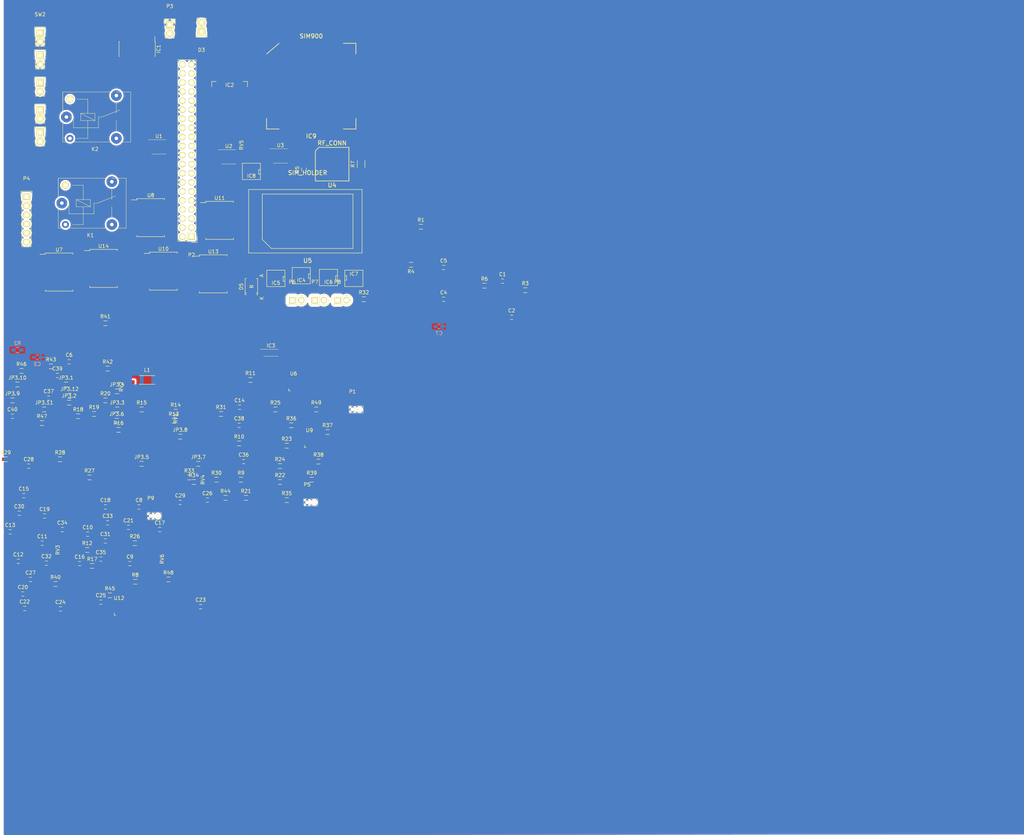
<source format=kicad_pcb>
(kicad_pcb (version 4) (host pcbnew 4.0.2+dfsg1-stable)
  (layers (0 F.Cu signal) (31 B.Cu signal) (34 B.Paste user) (35 F.Paste user) (36 B.SilkS user) (37 F.SilkS user) (38 B.Mask user) (39 F.Mask user) (44 Edge.Cuts user))
  (net 0 "")
  (net 1 +5V)
  (net 2 GND)
  (net 3 +3V3)
  (net 4 "Net-(C7-Pad1)")
  (net 5 "Net-(D1-Pad1)")
  (net 6 "Net-(D2-Pad1)")
  (net 7 "Net-(D2-Pad2)")
  (net 8 "Net-(D3-Pad1)")
  (net 9 "Net-(D3-Pad2)")
  (net 10 "Net-(D4-Pad1)")
  (net 11 "Net-(D4-Pad2)")
  (net 12 "Net-(D5-Pad1)")
  (net 13 LED0)
  (net 14 LED1)
  (net 15 GSM_LED0)
  (net 16 GSM_LED1)
  (net 17 RLY0)
  (net 18 RLY1)
  (net 19 GSM_PWR)
  (net 20 GSM_PKEY)
  (net 21 isense0)
  (net 22 isense1)
  (net 23 isense2)
  (net 24 string_out0)
  (net 25 string_in0)
  (net 26 string_out1)
  (net 27 string_in1)
  (net 28 string_out2)
  (net 29 string_in2)
  (net 30 SDA)
  (net 31 SCL)
  (net 32 TXD)
  (net 33 RXD)
  (net 34 BT1)
  (net 35 BT0)
  (net 36 "Net-(R6-Pad2)")
  (net 37 "Net-(R7-Pad1)")
  (net 38 "Net-(C6-Pad1)")
  (net 39 "/FSK Module/coupling")
  (net 40 "Net-(C9-Pad1)")
  (net 41 "Net-(C10-Pad1)")
  (net 42 "Net-(C14-Pad1)")
  (net 43 "Net-(C15-Pad1)")
  (net 44 "Net-(C15-Pad2)")
  (net 45 "Net-(C17-Pad1)")
  (net 46 "Net-(C17-Pad2)")
  (net 47 "Net-(C18-Pad1)")
  (net 48 "Net-(C18-Pad2)")
  (net 49 "Net-(C20-Pad1)")
  (net 50 "Net-(C21-Pad1)")
  (net 51 "Net-(C25-Pad1)")
  (net 52 "Net-(C26-Pad1)")
  (net 53 "Net-(C26-Pad2)")
  (net 54 "Net-(C28-Pad1)")
  (net 55 "Net-(C28-Pad2)")
  (net 56 "Net-(C29-Pad1)")
  (net 57 "Net-(C29-Pad2)")
  (net 58 "Net-(C31-Pad1)")
  (net 59 "Net-(C32-Pad1)")
  (net 60 "Net-(C36-Pad1)")
  (net 61 "Net-(C37-Pad1)")
  (net 62 "Net-(C37-Pad2)")
  (net 63 "Net-(C39-Pad1)")
  (net 64 "Net-(C39-Pad2)")
  (net 65 "Net-(C40-Pad1)")
  (net 66 "Net-(C40-Pad2)")
  (net 67 "Net-(D1-Pad2)")
  (net 68 "Net-(IC3-Pad5)")
  (net 69 "Net-(IC3-Pad6)")
  (net 70 "Net-(IC8-Pad8)")
  (net 71 "Net-(IC8-Pad7)")
  (net 72 "Net-(IC8-Pad6)")
  (net 73 "Net-(IC9-Pad31)")
  (net 74 "Net-(IC9-Pad32)")
  (net 75 "Net-(IC9-Pad33)")
  (net 76 "Net-(IC9-Pad60)")
  (net 77 "Net-(JP3.1-Pad1)")
  (net 78 "/FSK Module/JP2")
  (net 79 "Net-(JP3.2-Pad1)")
  (net 80 "/FSK Module/VCOin")
  (net 81 "Net-(JP3.3-Pad2)")
  (net 82 "Net-(JP3.4-Pad2)")
  (net 83 "Net-(JP3.5-Pad1)")
  (net 84 "Net-(JP3.6-Pad1)")
  (net 85 "Net-(JP3.7-Pad2)")
  (net 86 "Net-(JP3.8-Pad2)")
  (net 87 "Net-(JP3.9-Pad1)")
  (net 88 "Net-(JP3.10-Pad1)")
  (net 89 "Net-(JP3.11-Pad2)")
  (net 90 "Net-(JP3.12-Pad2)")
  (net 91 MUCLK)
  (net 92 IRQ0)
  (net 93 IRQ1)
  (net 94 IRQ2)
  (net 95 "Net-(K1-Pad1)")
  (net 96 "Net-(K1-Pad5)")
  (net 97 "Net-(K1-Pad3)")
  (net 98 "Net-(K2-Pad1)")
  (net 99 "Net-(K2-Pad5)")
  (net 100 "Net-(K2-Pad3)")
  (net 101 "/FSK Module/outgoing")
  (net 102 "Net-(R12-Pad2)")
  (net 103 "Net-(R13-Pad1)")
  (net 104 "Net-(R14-Pad1)")
  (net 105 "Net-(R14-Pad2)")
  (net 106 "Net-(R15-Pad2)")
  (net 107 "Net-(R18-Pad2)")
  (net 108 "Net-(R19-Pad1)")
  (net 109 "Net-(R20-Pad1)")
  (net 110 "Net-(R20-Pad2)")
  (net 111 "/FSK Module/incoming")
  (net 112 "Net-(R26-Pad2)")
  (net 113 "Net-(R27-Pad1)")
  (net 114 "Net-(R28-Pad1)")
  (net 115 "Net-(R28-Pad2)")
  (net 116 "Net-(R29-Pad2)")
  (net 117 "Net-(R32-Pad2)")
  (net 118 "Net-(R33-Pad1)")
  (net 119 "Net-(R34-Pad1)")
  (net 120 "Net-(R34-Pad2)")
  (net 121 "Net-(R40-Pad2)")
  (net 122 "Net-(R41-Pad1)")
  (net 123 "Net-(R42-Pad1)")
  (net 124 "Net-(R42-Pad2)")
  (net 125 "Net-(R43-Pad2)")
  (net 126 "Net-(R46-Pad2)")
  (net 127 "Net-(R47-Pad1)")
  (net 128 "Net-(R48-Pad1)")
  (net 129 "Net-(R48-Pad2)")
  (module SMD_Packages:SOIC-8-N (layer F.Cu) (at 90.932 77.724 180)
    (fp_text reference IC6 (at 0 -1.27 180) (layer F.SilkS))
    (fp_text value ACS723LLCTR-10AU-T)
    (pad 8 smd rect (at -1.905 -3.175 180) (size 0.508 1.143) (layers F.Cu F.Paste F.Mask) (net 1 +5V))
    (pad 7 smd rect (at -0.635 -3.175 180) (size 0.508 1.143) (layers F.Cu F.Paste F.Mask) (net 23 isense2))
    (pad 6 smd rect (at 0.635 -3.175 180) (size 0.508 1.143) (layers F.Cu F.Paste F.Mask) (net 1 +5V))
    (pad 5 smd rect (at 1.905 -3.175 180) (size 0.508 1.143) (layers F.Cu F.Paste F.Mask) (net 2 GND))
    (pad 4 smd rect (at 1.905 3.175 180) (size 0.508 1.143) (layers F.Cu F.Paste F.Mask) (net 28 string_out2))
    (pad 3 smd rect (at 0.635 3.175 180) (size 0.508 1.143) (layers F.Cu F.Paste F.Mask) (net 28 string_out2))
    (pad 2 smd rect (at -0.635 3.175 180) (size 0.508 1.143) (layers F.Cu F.Paste F.Mask) (net 29 string_in2))
    (pad 1 smd rect (at -1.905 3.175 180) (size 0.508 1.143) (layers F.Cu F.Paste F.Mask) (net 29 string_in2))
  )
  (module SMD_Packages:SOIC-8-N (layer F.Cu) (at 83.312 77.216 180)
    (fp_text reference IC4 (at 0 -1.27 180) (layer F.SilkS))
    (fp_text value ACS723LLCTR-10AU-T)
    (pad 8 smd rect (at -1.905 -3.175 180) (size 0.508 1.143) (layers F.Cu F.Paste F.Mask) (net 1 +5V))
    (pad 7 smd rect (at -0.635 -3.175 180) (size 0.508 1.143) (layers F.Cu F.Paste F.Mask) (net 21 isense0))
    (pad 6 smd rect (at 0.635 -3.175 180) (size 0.508 1.143) (layers F.Cu F.Paste F.Mask) (net 1 +5V))
    (pad 5 smd rect (at 1.905 -3.175 180) (size 0.508 1.143) (layers F.Cu F.Paste F.Mask) (net 2 GND))
    (pad 4 smd rect (at 1.905 3.175 180) (size 0.508 1.143) (layers F.Cu F.Paste F.Mask) (net 24 string_out0))
    (pad 3 smd rect (at 0.635 3.175 180) (size 0.508 1.143) (layers F.Cu F.Paste F.Mask) (net 24 string_out0))
    (pad 2 smd rect (at -0.635 3.175 180) (size 0.508 1.143) (layers F.Cu F.Paste F.Mask) (net 25 string_in0))
    (pad 1 smd rect (at -1.905 3.175 180) (size 0.508 1.143) (layers F.Cu F.Paste F.Mask) (net 25 string_in0))
  )
  (module Pin_Headers:Pin_Header_Straight_1x06 (layer F.Cu) (at 6.35 55.118)
    (fp_text reference P4 (at 0 -5.1) (layer F.SilkS))
    (fp_text value "RELAY CONNECTOR")
    (pad 1 thru_hole rect (at 0 0) (size 2.032 1.7272) (drill 1.016) (layers *.Cu *.Mask F.SilkS) (net 95 "Net-(K1-Pad1)"))
    (pad 2 thru_hole oval (at 0 2.54) (size 2.032 1.7272) (drill 1.016) (layers *.Cu *.Mask F.SilkS) (net 96 "Net-(K1-Pad5)"))
    (pad 3 thru_hole oval (at 0 5.08) (size 2.032 1.7272) (drill 1.016) (layers *.Cu *.Mask F.SilkS) (net 97 "Net-(K1-Pad3)"))
    (pad 4 thru_hole oval (at 0 7.62) (size 2.032 1.7272) (drill 1.016) (layers *.Cu *.Mask F.SilkS) (net 98 "Net-(K2-Pad1)"))
    (pad 5 thru_hole oval (at 0 10.16) (size 2.032 1.7272) (drill 1.016) (layers *.Cu *.Mask F.SilkS) (net 99 "Net-(K2-Pad5)"))
    (pad 6 thru_hole oval (at 0 12.7) (size 2.032 1.7272) (drill 1.016) (layers *.Cu *.Mask F.SilkS) (net 100 "Net-(K2-Pad3)"))
  )
  (module Capacitors_SMD:C_0603_HandSoldering (layer F.Cu) (at 139.7 78.74)
    (fp_text reference C1 (at 0 -1.9) (layer F.SilkS))
    (fp_text value CP_Small)
    (pad 1 smd rect (at -0.95 0) (size 1.2 0.75) (layers F.Cu F.Paste F.Mask) (net 1 +5V))
    (pad 2 smd rect (at 0.95 0) (size 1.2 0.75) (layers F.Cu F.Paste F.Mask) (net 2 GND))
  )
  (module Capacitors_SMD:C_0603_HandSoldering (layer F.Cu) (at 142.24 88.9)
    (fp_text reference C2 (at 0 -1.9) (layer F.SilkS))
    (fp_text value C_Small)
    (pad 1 smd rect (at -0.95 0) (size 1.2 0.75) (layers F.Cu F.Paste F.Mask) (net 3 +3V3))
    (pad 2 smd rect (at 0.95 0) (size 1.2 0.75) (layers F.Cu F.Paste F.Mask) (net 2 GND))
  )
  (module Capacitors_SMD:C_0603_HandSoldering (layer B.Cu) (at 9.398 100.076)
    (fp_text reference C3 (at 0 1.9) (layer B.SilkS) (effects (justify mirror)))
    (fp_text value "0.1 uF")
    (pad 1 smd rect (at -0.95 0) (size 1.2 0.75) (layers B.Cu B.Paste B.Mask) (net 1 +5V))
    (pad 2 smd rect (at 0.95 0) (size 1.2 0.75) (layers B.Cu B.Paste B.Mask) (net 2 GND))
  )
  (module Capacitors_SMD:C_0603_HandSoldering (layer F.Cu) (at 123.19 83.82)
    (fp_text reference C4 (at 0 -1.9) (layer F.SilkS))
    (fp_text value "0.1 uF")
    (pad 1 smd rect (at -0.95 0) (size 1.2 0.75) (layers F.Cu F.Paste F.Mask) (net 1 +5V))
    (pad 2 smd rect (at 0.95 0) (size 1.2 0.75) (layers F.Cu F.Paste F.Mask) (net 2 GND))
  )
  (module Capacitors_SMD:C_0603_HandSoldering (layer F.Cu) (at 123.19 74.93)
    (fp_text reference C5 (at 0 -1.9) (layer F.SilkS))
    (fp_text value "0.1 uF")
    (pad 1 smd rect (at -0.95 0) (size 1.2 0.75) (layers F.Cu F.Paste F.Mask) (net 1 +5V))
    (pad 2 smd rect (at 0.95 0) (size 1.2 0.75) (layers F.Cu F.Paste F.Mask) (net 2 GND))
  )
  (module Capacitors_SMD:C_0603_HandSoldering (layer F.Cu) (at 18.288 101.346)
    (fp_text reference C6 (at 0 -1.9) (layer F.SilkS))
    (fp_text value 22pF)
    (pad 1 smd rect (at -0.95 0) (size 1.2 0.75) (layers F.Cu F.Paste F.Mask) (net 38 "Net-(C6-Pad1)"))
    (pad 2 smd rect (at 0.95 0) (size 1.2 0.75) (layers F.Cu F.Paste F.Mask) (net 2 GND))
  )
  (module Capacitors_SMD:C_0603_HandSoldering (layer B.Cu) (at 121.92 91.44)
    (fp_text reference C7 (at 0 1.9) (layer B.SilkS) (effects (justify mirror)))
    (fp_text value 100nF)
    (pad 1 smd rect (at -0.95 0) (size 1.2 0.75) (layers B.Cu B.Paste B.Mask) (net 4 "Net-(C7-Pad1)"))
    (pad 2 smd rect (at 0.95 0) (size 1.2 0.75) (layers B.Cu B.Paste B.Mask) (net 2 GND))
  )
  (module Diodes_SMD:SMA_Handsoldering (layer F.Cu) (at 69.342 80.264 90)
    (fp_text reference D5 (at 0 -2.85 90) (layer F.SilkS))
    (fp_text value ZENERsmall)
    (fp_text user K (at -3.25 2.9 90) (layer F.SilkS))
    (fp_text user A (at 3.05 2.85 90) (layer F.SilkS))
    (pad 1 smd rect (at -2.49936 0 90) (size 3.50012 1.80086) (layers F.Cu F.Paste F.Mask) (net 12 "Net-(D5-Pad1)"))
    (pad 2 smd rect (at 2.49936 0 90) (size 3.50012 1.80086) (layers F.Cu F.Paste F.Mask) (net 2 GND))
  )
  (module Pin_Headers:Pin_Header_Straight_1x02 (layer F.Cu) (at 10.16 23.114)
    (fp_text reference D1 (at 0 -5.1) (layer F.SilkS))
    (fp_text value Led_Small)
    (pad 1 thru_hole rect (at 0 0) (size 2.032 2.032) (drill 1.016) (layers *.Cu *.Mask F.SilkS) (net 5 "Net-(D1-Pad1)"))
    (pad 2 thru_hole oval (at 0 2.54) (size 2.032 2.032) (drill 1.016) (layers *.Cu *.Mask F.SilkS) (net 67 "Net-(D1-Pad2)"))
  )
  (module Pin_Headers:Pin_Header_Straight_1x02 (layer F.Cu) (at 10.16 37.084)
    (fp_text reference D2 (at 0 -5.1) (layer F.SilkS))
    (fp_text value Led_Small)
    (pad 1 thru_hole rect (at 0 0) (size 2.032 2.032) (drill 1.016) (layers *.Cu *.Mask F.SilkS) (net 6 "Net-(D2-Pad1)"))
    (pad 2 thru_hole oval (at 0 2.54) (size 2.032 2.032) (drill 1.016) (layers *.Cu *.Mask F.SilkS) (net 7 "Net-(D2-Pad2)"))
  )
  (module Pin_Headers:Pin_Header_Straight_1x02 (layer F.Cu) (at 55.372 8.89 180)
    (fp_text reference D3 (at 0 -5.1 180) (layer F.SilkS))
    (fp_text value Led_Small)
    (pad 1 thru_hole rect (at 0 0 180) (size 2.032 2.032) (drill 1.016) (layers *.Cu *.Mask F.SilkS) (net 8 "Net-(D3-Pad1)"))
    (pad 2 thru_hole oval (at 0 2.54 180) (size 2.032 2.032) (drill 1.016) (layers *.Cu *.Mask F.SilkS) (net 9 "Net-(D3-Pad2)"))
  )
  (module Pin_Headers:Pin_Header_Straight_1x02 (layer F.Cu) (at 10.16 30.734)
    (fp_text reference D4 (at 0 -5.1) (layer F.SilkS))
    (fp_text value Led_Small)
    (pad 1 thru_hole rect (at 0 0) (size 2.032 2.032) (drill 1.016) (layers *.Cu *.Mask F.SilkS) (net 10 "Net-(D4-Pad1)"))
    (pad 2 thru_hole oval (at 0 2.54) (size 2.032 2.032) (drill 1.016) (layers *.Cu *.Mask F.SilkS) (net 11 "Net-(D4-Pad2)"))
  )
  (module TO_SOT_Packages_SMD:TO-263-5Lead (layer F.Cu) (at 63.246 20.32 270)
    (fp_text reference IC2 (at 3.5 0 360) (layer F.SilkS))
    (fp_text value LM2596-3.3)
    (pad 5 smd rect (at 0 3.4 270) (size 4.6 1.1) (layers F.Cu F.Paste F.Mask) (net 2 GND))
    (pad 4 smd rect (at 0 1.7 270) (size 4.6 1.1) (layers F.Cu F.Paste F.Mask) (net 3 +3V3))
    (pad 2 smd rect (at 0 -1.7 270) (size 4.6 1.1) (layers F.Cu F.Paste F.Mask) (net 12 "Net-(D5-Pad1)"))
    (pad 3 smd rect (at 9.15 0 270) (size 9.4 10.8) (layers F.Cu F.Paste F.Mask) (net 2 GND))
    (pad 3 smd rect (at 0 0 270) (size 4.6 1.1) (layers F.Cu F.Paste F.Mask) (net 2 GND))
    (pad 1 smd rect (at 0 -3.4 270) (size 4.6 1.1) (layers F.Cu F.Paste F.Mask) (net 1 +5V))
  )
  (module Housings_SOIC:SOIC-16_3.9x9.9mm_Pitch1.27mm (layer F.Cu) (at 37.338 13.716 270)
    (fp_text reference IC1 (at 0 -6 270) (layer F.SilkS))
    (fp_text value ULN2003A)
    (pad 1 smd rect (at -2.7 -4.445 270) (size 1.5 0.6) (layers F.Cu F.Paste F.Mask) (net 13 LED0))
    (pad 2 smd rect (at -2.7 -3.175 270) (size 1.5 0.6) (layers F.Cu F.Paste F.Mask) (net 14 LED1))
    (pad 3 smd rect (at -2.7 -1.905 270) (size 1.5 0.6) (layers F.Cu F.Paste F.Mask) (net 15 GSM_LED0))
    (pad 4 smd rect (at -2.7 -0.635 270) (size 1.5 0.6) (layers F.Cu F.Paste F.Mask) (net 16 GSM_LED1))
    (pad 5 smd rect (at -2.7 0.635 270) (size 1.5 0.6) (layers F.Cu F.Paste F.Mask) (net 17 RLY0))
    (pad 6 smd rect (at -2.7 1.905 270) (size 1.5 0.6) (layers F.Cu F.Paste F.Mask) (net 18 RLY1))
    (pad 7 smd rect (at -2.7 3.175 270) (size 1.5 0.6) (layers F.Cu F.Paste F.Mask) (net 19 GSM_PWR))
    (pad 8 smd rect (at -2.7 4.445 270) (size 1.5 0.6) (layers F.Cu F.Paste F.Mask) (net 2 GND))
    (pad 9 smd rect (at 2.7 4.445 270) (size 1.5 0.6) (layers F.Cu F.Paste F.Mask) (net 1 +5V))
    (pad 10 smd rect (at 2.7 3.175 270) (size 1.5 0.6) (layers F.Cu F.Paste F.Mask) (net 20 GSM_PKEY))
    (pad 11 smd rect (at 2.7 1.905 270) (size 1.5 0.6) (layers F.Cu F.Paste F.Mask))
    (pad 12 smd rect (at 2.7 0.635 270) (size 1.5 0.6) (layers F.Cu F.Paste F.Mask))
    (pad 13 smd rect (at 2.7 -0.635 270) (size 1.5 0.6) (layers F.Cu F.Paste F.Mask) (net 10 "Net-(D4-Pad1)"))
    (pad 14 smd rect (at 2.7 -1.905 270) (size 1.5 0.6) (layers F.Cu F.Paste F.Mask) (net 8 "Net-(D3-Pad1)"))
    (pad 15 smd rect (at 2.7 -3.175 270) (size 1.5 0.6) (layers F.Cu F.Paste F.Mask) (net 6 "Net-(D2-Pad1)"))
    (pad 16 smd rect (at 2.7 -4.445 270) (size 1.5 0.6) (layers F.Cu F.Paste F.Mask) (net 5 "Net-(D1-Pad1)"))
  )
  (module SMD_Packages:SOIC-8-N (layer F.Cu) (at 76.2 77.978 180)
    (fp_text reference IC5 (at 0 -1.27 180) (layer F.SilkS))
    (fp_text value ACS723LLCTR-10AU-T)
    (pad 8 smd rect (at -1.905 -3.175 180) (size 0.508 1.143) (layers F.Cu F.Paste F.Mask) (net 1 +5V))
    (pad 7 smd rect (at -0.635 -3.175 180) (size 0.508 1.143) (layers F.Cu F.Paste F.Mask) (net 22 isense1))
    (pad 6 smd rect (at 0.635 -3.175 180) (size 0.508 1.143) (layers F.Cu F.Paste F.Mask) (net 1 +5V))
    (pad 5 smd rect (at 1.905 -3.175 180) (size 0.508 1.143) (layers F.Cu F.Paste F.Mask) (net 2 GND))
    (pad 4 smd rect (at 1.905 3.175 180) (size 0.508 1.143) (layers F.Cu F.Paste F.Mask) (net 26 string_out1))
    (pad 3 smd rect (at 0.635 3.175 180) (size 0.508 1.143) (layers F.Cu F.Paste F.Mask) (net 26 string_out1))
    (pad 2 smd rect (at -0.635 3.175 180) (size 0.508 1.143) (layers F.Cu F.Paste F.Mask) (net 27 string_in1))
    (pad 1 smd rect (at -1.905 3.175 180) (size 0.508 1.143) (layers F.Cu F.Paste F.Mask) (net 27 string_in1))
  )
  (module SMD_Packages:SOIC-8-N (layer F.Cu) (at 98.044 77.978)
    (fp_text reference IC7 (at 0 -1.27) (layer F.SilkS))
    (fp_text value NLSX4373)
    (pad 8 smd rect (at -1.905 -3.175) (size 0.508 1.143) (layers F.Cu F.Paste F.Mask) (net 3 +3V3))
    (pad 7 smd rect (at -0.635 -3.175) (size 0.508 1.143) (layers F.Cu F.Paste F.Mask) (net 30 SDA))
    (pad 6 smd rect (at 0.635 -3.175) (size 0.508 1.143) (layers F.Cu F.Paste F.Mask) (net 31 SCL))
    (pad 5 smd rect (at 1.905 -3.175) (size 0.508 1.143) (layers F.Cu F.Paste F.Mask) (net 1 +5V))
    (pad 4 smd rect (at 1.905 3.175) (size 0.508 1.143) (layers F.Cu F.Paste F.Mask) (net 2 GND))
    (pad 3 smd rect (at 0.635 3.175) (size 0.508 1.143) (layers F.Cu F.Paste F.Mask) (net 68 "Net-(IC3-Pad5)"))
    (pad 2 smd rect (at -0.635 3.175) (size 0.508 1.143) (layers F.Cu F.Paste F.Mask) (net 69 "Net-(IC3-Pad6)"))
    (pad 1 smd rect (at -1.905 3.175) (size 0.508 1.143) (layers F.Cu F.Paste F.Mask) (net 1 +5V))
  )
  (module SMD_Packages:SOIC-8-N (layer F.Cu) (at 69.342 48.006 180)
    (fp_text reference IC8 (at 0 -1.27 180) (layer F.SilkS))
    (fp_text value NLSX4373)
    (pad 8 smd rect (at -1.905 -3.175 180) (size 0.508 1.143) (layers F.Cu F.Paste F.Mask) (net 70 "Net-(IC8-Pad8)"))
    (pad 7 smd rect (at -0.635 -3.175 180) (size 0.508 1.143) (layers F.Cu F.Paste F.Mask) (net 71 "Net-(IC8-Pad7)"))
    (pad 6 smd rect (at 0.635 -3.175 180) (size 0.508 1.143) (layers F.Cu F.Paste F.Mask) (net 72 "Net-(IC8-Pad6)"))
    (pad 5 smd rect (at 1.905 -3.175 180) (size 0.508 1.143) (layers F.Cu F.Paste F.Mask) (net 3 +3V3))
    (pad 4 smd rect (at 1.905 3.175 180) (size 0.508 1.143) (layers F.Cu F.Paste F.Mask) (net 2 GND))
    (pad 3 smd rect (at 0.635 3.175 180) (size 0.508 1.143) (layers F.Cu F.Paste F.Mask) (net 32 TXD))
    (pad 2 smd rect (at -0.635 3.175 180) (size 0.508 1.143) (layers F.Cu F.Paste F.Mask) (net 33 RXD))
    (pad 1 smd rect (at -1.905 3.175 180) (size 0.508 1.143) (layers F.Cu F.Paste F.Mask) (net 3 +3V3))
  )
  (module "gsm:QFP 68" (layer F.Cu) (at 86.106 24.13)
    (fp_text reference IC9 (at 0 14) (layer F.SilkS) (effects (font (size 1.2 1.2) (thickness 0.2))))
    (fp_text value SIM900 (at 0 -14) (layer F.SilkS) (effects (font (size 1.2 1.2) (thickness 0.2))))
    (pad 1 smd oval (at -12 -8) (size 1.6 0.6) (layers F.Cu F.Paste F.Mask) (net 20 GSM_PKEY))
    (pad 2 smd oval (at -12 -7) (size 1.6 0.6) (layers F.Cu F.Paste F.Mask))
    (pad 3 smd oval (at -12 -6) (size 1.6 0.6) (layers F.Cu F.Paste F.Mask))
    (pad 4 smd oval (at -12 -5) (size 1.6 0.6) (layers F.Cu F.Paste F.Mask))
    (pad 5 smd oval (at -12 -4) (size 1.6 0.6) (layers F.Cu F.Paste F.Mask))
    (pad 6 smd oval (at -12 -3) (size 1.6 0.6) (layers F.Cu F.Paste F.Mask))
    (pad 7 smd oval (at -12 -2) (size 1.6 0.6) (layers F.Cu F.Paste F.Mask))
    (pad 8 smd oval (at -12 -1) (size 1.6 0.6) (layers F.Cu F.Paste F.Mask))
    (pad 9 smd oval (at -12 0) (size 1.6 0.6) (layers F.Cu F.Paste F.Mask) (net 71 "Net-(IC8-Pad7)"))
    (pad 10 smd oval (at -12 1) (size 1.6 0.6) (layers F.Cu F.Paste F.Mask) (net 72 "Net-(IC8-Pad6)"))
    (pad 11 smd oval (at -12 2) (size 1.6 0.6) (layers F.Cu F.Paste F.Mask))
    (pad 12 smd oval (at -12 3) (size 1.6 0.6) (layers F.Cu F.Paste F.Mask))
    (pad 13 smd oval (at -12 4) (size 1.6 0.6) (layers F.Cu F.Paste F.Mask))
    (pad 14 smd oval (at -12 5) (size 1.6 0.6) (layers F.Cu F.Paste F.Mask))
    (pad 15 smd oval (at -12 6) (size 1.6 0.6) (layers F.Cu F.Paste F.Mask) (net 70 "Net-(IC8-Pad8)"))
    (pad 16 smd oval (at -12 7) (size 1.6 0.6) (layers F.Cu F.Paste F.Mask))
    (pad 17 smd oval (at -12 8) (size 1.6 0.6) (layers F.Cu F.Paste F.Mask) (net 2 GND))
    (pad 18 smd oval (at -8 12) (size 0.6 1.6) (layers F.Cu F.Paste F.Mask) (net 2 GND))
    (pad 19 smd oval (at -7 12) (size 0.6 1.6) (layers F.Cu F.Paste F.Mask))
    (pad 20 smd oval (at -6 12) (size 0.6 1.6) (layers F.Cu F.Paste F.Mask))
    (pad 21 smd oval (at -5 12) (size 0.6 1.6) (layers F.Cu F.Paste F.Mask))
    (pad 22 smd oval (at -4 12) (size 0.6 1.6) (layers F.Cu F.Paste F.Mask))
    (pad 23 smd oval (at -3 12) (size 0.6 1.6) (layers F.Cu F.Paste F.Mask))
    (pad 24 smd oval (at -2 12) (size 0.6 1.6) (layers F.Cu F.Paste F.Mask))
    (pad 25 smd oval (at -1 12) (size 0.6 1.6) (layers F.Cu F.Paste F.Mask))
    (pad 26 smd oval (at 0 12) (size 0.6 1.6) (layers F.Cu F.Paste F.Mask))
    (pad 27 smd oval (at 1 12) (size 0.6 1.6) (layers F.Cu F.Paste F.Mask))
    (pad 28 smd oval (at 2 12) (size 0.6 1.6) (layers F.Cu F.Paste F.Mask))
    (pad 29 smd oval (at 3 12) (size 0.6 1.6) (layers F.Cu F.Paste F.Mask) (net 2 GND))
    (pad 30 smd oval (at 4 12) (size 0.6 1.6) (layers F.Cu F.Paste F.Mask) (net 4 "Net-(C7-Pad1)"))
    (pad 31 smd oval (at 5 12) (size 0.6 1.6) (layers F.Cu F.Paste F.Mask) (net 73 "Net-(IC9-Pad31)"))
    (pad 32 smd oval (at 6 12) (size 0.6 1.6) (layers F.Cu F.Paste F.Mask) (net 74 "Net-(IC9-Pad32)"))
    (pad 33 smd oval (at 7 12) (size 0.6 1.6) (layers F.Cu F.Paste F.Mask) (net 75 "Net-(IC9-Pad33)"))
    (pad 34 smd oval (at 8 12) (size 0.6 1.6) (layers F.Cu F.Paste F.Mask))
    (pad 35 smd oval (at 12 8) (size 1.6 0.6) (layers F.Cu F.Paste F.Mask))
    (pad 36 smd oval (at 12 7) (size 1.6 0.6) (layers F.Cu F.Paste F.Mask))
    (pad 37 smd oval (at 12 6) (size 1.6 0.6) (layers F.Cu F.Paste F.Mask))
    (pad 38 smd oval (at 12 5) (size 1.6 0.6) (layers F.Cu F.Paste F.Mask))
    (pad 39 smd oval (at 12 4) (size 1.6 0.6) (layers F.Cu F.Paste F.Mask) (net 2 GND))
    (pad 40 smd oval (at 12 3) (size 1.6 0.6) (layers F.Cu F.Paste F.Mask))
    (pad 41 smd oval (at 12 2) (size 1.6 0.6) (layers F.Cu F.Paste F.Mask))
    (pad 42 smd oval (at 12 1) (size 1.6 0.6) (layers F.Cu F.Paste F.Mask))
    (pad 43 smd oval (at 12 0) (size 1.6 0.6) (layers F.Cu F.Paste F.Mask))
    (pad 44 smd oval (at 12 -1) (size 1.6 0.6) (layers F.Cu F.Paste F.Mask))
    (pad 45 smd oval (at 12 -2) (size 1.6 0.6) (layers F.Cu F.Paste F.Mask) (net 2 GND))
    (pad 46 smd oval (at 12 -3) (size 1.6 0.6) (layers F.Cu F.Paste F.Mask) (net 2 GND))
    (pad 47 smd oval (at 12 -4) (size 1.6 0.6) (layers F.Cu F.Paste F.Mask))
    (pad 48 smd oval (at 12 -5) (size 1.6 0.6) (layers F.Cu F.Paste F.Mask))
    (pad 49 smd oval (at 12 -6) (size 1.6 0.6) (layers F.Cu F.Paste F.Mask))
    (pad 50 smd oval (at 12 -7) (size 1.6 0.6) (layers F.Cu F.Paste F.Mask))
    (pad 51 smd oval (at 12 -8) (size 1.6 0.6) (layers F.Cu F.Paste F.Mask))
    (pad 52 smd oval (at 8 -12) (size 0.6 1.6) (layers F.Cu F.Paste F.Mask) (net 16 GSM_LED1))
    (pad 53 smd oval (at 7 -12) (size 0.6 1.6) (layers F.Cu F.Paste F.Mask) (net 2 GND))
    (pad 54 smd oval (at 6 -12) (size 0.6 1.6) (layers F.Cu F.Paste F.Mask) (net 2 GND))
    (pad 55 smd oval (at 5 -12) (size 0.6 1.6) (layers F.Cu F.Paste F.Mask) (net 3 +3V3))
    (pad 56 smd oval (at 4 -12) (size 0.6 1.6) (layers F.Cu F.Paste F.Mask) (net 3 +3V3))
    (pad 57 smd oval (at 3 -12) (size 0.6 1.6) (layers F.Cu F.Paste F.Mask) (net 3 +3V3))
    (pad 58 smd oval (at 2 -12) (size 0.6 1.6) (layers F.Cu F.Paste F.Mask) (net 2 GND))
    (pad 59 smd oval (at 1 -12) (size 0.6 1.6) (layers F.Cu F.Paste F.Mask) (net 2 GND))
    (pad 60 smd oval (at 0 -12) (size 0.6 1.6) (layers F.Cu F.Paste F.Mask) (net 76 "Net-(IC9-Pad60)"))
    (pad 61 smd oval (at -1 -12) (size 0.6 1.6) (layers F.Cu F.Paste F.Mask) (net 2 GND))
    (pad 62 smd oval (at -2 -12) (size 0.6 1.6) (layers F.Cu F.Paste F.Mask) (net 2 GND))
    (pad 63 smd oval (at -3 -12) (size 0.6 1.6) (layers F.Cu F.Paste F.Mask) (net 2 GND))
    (pad 64 smd oval (at -4 -12) (size 0.6 1.6) (layers F.Cu F.Paste F.Mask) (net 2 GND))
    (pad 65 smd oval (at -5 -12) (size 0.6 1.6) (layers F.Cu F.Paste F.Mask) (net 2 GND))
    (pad 66 smd oval (at -6 -12) (size 0.6 1.6) (layers F.Cu F.Paste F.Mask) (net 15 GSM_LED0))
    (pad 67 smd oval (at -7 -12) (size 0.6 1.6) (layers F.Cu F.Paste F.Mask))
    (pad 68 smd oval (at -8 -12) (size 0.6 1.6) (layers F.Cu F.Paste F.Mask))
  )
  (module Inductors_NEOSID:Neosid_Inductor_SM1206 (layer F.Cu) (at 40.132 106.426)
    (fp_text reference L1 (at 0 -2.79908) (layer F.SilkS))
    (fp_text value INDUCTOR_Small)
    (pad 2 smd rect (at 1.6256 0) (size 1.15062 1.39954) (layers F.Cu F.Paste F.Mask) (net 3 +3V3))
    (pad 1 smd rect (at -1.6256 0) (size 1.15062 1.39954) (layers F.Cu F.Paste F.Mask) (net 12 "Net-(D5-Pad1)"))
  )
  (module Pin_Headers:Pin_Header_Straight_2x20 (layer F.Cu) (at 52.578 66.294 180)
    (fp_text reference P2 (at 0 -5.1 180) (layer F.SilkS))
    (fp_text value RASPI-CONNECT)
    (pad 1 thru_hole rect (at 0 0 180) (size 1.7272 1.7272) (drill 1.016) (layers *.Cu *.Mask F.SilkS) (net 3 +3V3))
    (pad 2 thru_hole oval (at 2.54 0 180) (size 1.7272 1.7272) (drill 1.016) (layers *.Cu *.Mask F.SilkS) (net 1 +5V))
    (pad 3 thru_hole oval (at 0 2.54 180) (size 1.7272 1.7272) (drill 1.016) (layers *.Cu *.Mask F.SilkS))
    (pad 4 thru_hole oval (at 2.54 2.54 180) (size 1.7272 1.7272) (drill 1.016) (layers *.Cu *.Mask F.SilkS) (net 1 +5V))
    (pad 5 thru_hole oval (at 0 5.08 180) (size 1.7272 1.7272) (drill 1.016) (layers *.Cu *.Mask F.SilkS))
    (pad 6 thru_hole oval (at 2.54 5.08 180) (size 1.7272 1.7272) (drill 1.016) (layers *.Cu *.Mask F.SilkS) (net 2 GND))
    (pad 7 thru_hole oval (at 0 7.62 180) (size 1.7272 1.7272) (drill 1.016) (layers *.Cu *.Mask F.SilkS) (net 91 MUCLK))
    (pad 8 thru_hole oval (at 2.54 7.62 180) (size 1.7272 1.7272) (drill 1.016) (layers *.Cu *.Mask F.SilkS) (net 32 TXD))
    (pad 9 thru_hole oval (at 0 10.16 180) (size 1.7272 1.7272) (drill 1.016) (layers *.Cu *.Mask F.SilkS) (net 2 GND))
    (pad 10 thru_hole oval (at 2.54 10.16 180) (size 1.7272 1.7272) (drill 1.016) (layers *.Cu *.Mask F.SilkS) (net 33 RXD))
    (pad 11 thru_hole oval (at 0 12.7 180) (size 1.7272 1.7272) (drill 1.016) (layers *.Cu *.Mask F.SilkS))
    (pad 12 thru_hole oval (at 2.54 12.7 180) (size 1.7272 1.7272) (drill 1.016) (layers *.Cu *.Mask F.SilkS) (net 92 IRQ0))
    (pad 13 thru_hole oval (at 0 15.24 180) (size 1.7272 1.7272) (drill 1.016) (layers *.Cu *.Mask F.SilkS))
    (pad 14 thru_hole oval (at 2.54 15.24 180) (size 1.7272 1.7272) (drill 1.016) (layers *.Cu *.Mask F.SilkS) (net 2 GND))
    (pad 15 thru_hole oval (at 0 17.78 180) (size 1.7272 1.7272) (drill 1.016) (layers *.Cu *.Mask F.SilkS))
    (pad 16 thru_hole oval (at 2.54 17.78 180) (size 1.7272 1.7272) (drill 1.016) (layers *.Cu *.Mask F.SilkS) (net 93 IRQ1))
    (pad 17 thru_hole oval (at 0 20.32 180) (size 1.7272 1.7272) (drill 1.016) (layers *.Cu *.Mask F.SilkS) (net 3 +3V3))
    (pad 18 thru_hole oval (at 2.54 20.32 180) (size 1.7272 1.7272) (drill 1.016) (layers *.Cu *.Mask F.SilkS) (net 94 IRQ2))
    (pad 19 thru_hole oval (at 0 22.86 180) (size 1.7272 1.7272) (drill 1.016) (layers *.Cu *.Mask F.SilkS))
    (pad 20 thru_hole oval (at 2.54 22.86 180) (size 1.7272 1.7272) (drill 1.016) (layers *.Cu *.Mask F.SilkS) (net 2 GND))
    (pad 21 thru_hole oval (at 0 25.4 180) (size 1.7272 1.7272) (drill 1.016) (layers *.Cu *.Mask F.SilkS))
    (pad 22 thru_hole oval (at 2.54 25.4 180) (size 1.7272 1.7272) (drill 1.016) (layers *.Cu *.Mask F.SilkS))
    (pad 23 thru_hole oval (at 0 27.94 180) (size 1.7272 1.7272) (drill 1.016) (layers *.Cu *.Mask F.SilkS))
    (pad 24 thru_hole oval (at 2.54 27.94 180) (size 1.7272 1.7272) (drill 1.016) (layers *.Cu *.Mask F.SilkS))
    (pad 25 thru_hole oval (at 0 30.48 180) (size 1.7272 1.7272) (drill 1.016) (layers *.Cu *.Mask F.SilkS) (net 2 GND))
    (pad 26 thru_hole oval (at 2.54 30.48 180) (size 1.7272 1.7272) (drill 1.016) (layers *.Cu *.Mask F.SilkS))
    (pad 27 thru_hole oval (at 0 33.02 180) (size 1.7272 1.7272) (drill 1.016) (layers *.Cu *.Mask F.SilkS) (net 30 SDA))
    (pad 28 thru_hole oval (at 2.54 33.02 180) (size 1.7272 1.7272) (drill 1.016) (layers *.Cu *.Mask F.SilkS) (net 31 SCL))
    (pad 29 thru_hole oval (at 0 35.56 180) (size 1.7272 1.7272) (drill 1.016) (layers *.Cu *.Mask F.SilkS) (net 19 GSM_PWR))
    (pad 30 thru_hole oval (at 2.54 35.56 180) (size 1.7272 1.7272) (drill 1.016) (layers *.Cu *.Mask F.SilkS) (net 2 GND))
    (pad 31 thru_hole oval (at 0 38.1 180) (size 1.7272 1.7272) (drill 1.016) (layers *.Cu *.Mask F.SilkS) (net 17 RLY0))
    (pad 32 thru_hole oval (at 2.54 38.1 180) (size 1.7272 1.7272) (drill 1.016) (layers *.Cu *.Mask F.SilkS))
    (pad 33 thru_hole oval (at 0 40.64 180) (size 1.7272 1.7272) (drill 1.016) (layers *.Cu *.Mask F.SilkS) (net 18 RLY1))
    (pad 34 thru_hole oval (at 2.54 40.64 180) (size 1.7272 1.7272) (drill 1.016) (layers *.Cu *.Mask F.SilkS) (net 2 GND))
    (pad 35 thru_hole oval (at 0 43.18 180) (size 1.7272 1.7272) (drill 1.016) (layers *.Cu *.Mask F.SilkS) (net 13 LED0))
    (pad 36 thru_hole oval (at 2.54 43.18 180) (size 1.7272 1.7272) (drill 1.016) (layers *.Cu *.Mask F.SilkS))
    (pad 37 thru_hole oval (at 0 45.72 180) (size 1.7272 1.7272) (drill 1.016) (layers *.Cu *.Mask F.SilkS) (net 14 LED1))
    (pad 38 thru_hole oval (at 2.54 45.72 180) (size 1.7272 1.7272) (drill 1.016) (layers *.Cu *.Mask F.SilkS) (net 34 BT1))
    (pad 39 thru_hole oval (at 0 48.26 180) (size 1.7272 1.7272) (drill 1.016) (layers *.Cu *.Mask F.SilkS) (net 2 GND))
    (pad 40 thru_hole oval (at 2.54 48.26 180) (size 1.7272 1.7272) (drill 1.016) (layers *.Cu *.Mask F.SilkS) (net 35 BT0))
  )
  (module Pin_Headers:Pin_Header_Straight_1x02 (layer F.Cu) (at 46.482 6.858)
    (fp_text reference P3 (at 0 -5.1) (layer F.SilkS))
    (fp_text value POWER)
    (pad 1 thru_hole rect (at 0 0) (size 2.032 2.032) (drill 1.016) (layers *.Cu *.Mask F.SilkS) (net 2 GND))
    (pad 2 thru_hole oval (at 0 2.54) (size 2.032 2.032) (drill 1.016) (layers *.Cu *.Mask F.SilkS) (net 1 +5V))
  )
  (module Resistors_SMD:R_0603_HandSoldering (layer F.Cu) (at 116.84 63.5)
    (fp_text reference R1 (at 0 -1.9) (layer F.SilkS))
    (fp_text value R_Small)
    (pad 1 smd rect (at -1.1 0) (size 1.2 0.9) (layers F.Cu F.Paste F.Mask) (net 1 +5V))
    (pad 2 smd rect (at 1.1 0) (size 1.2 0.9) (layers F.Cu F.Paste F.Mask) (net 67 "Net-(D1-Pad2)"))
  )
  (module Resistors_SMD:R_0603_HandSoldering (layer B.Cu) (at 3.81 98.044 180)
    (fp_text reference R2 (at 0 1.9 180) (layer B.SilkS) (effects (justify mirror)))
    (fp_text value R_Small)
    (pad 1 smd rect (at -1.1 0 180) (size 1.2 0.9) (layers B.Cu B.Paste B.Mask) (net 1 +5V))
    (pad 2 smd rect (at 1.1 0 180) (size 1.2 0.9) (layers B.Cu B.Paste B.Mask) (net 7 "Net-(D2-Pad2)"))
  )
  (module Resistors_SMD:R_0603_HandSoldering (layer F.Cu) (at 146.05 81.28)
    (fp_text reference R3 (at 0 -1.9) (layer F.SilkS))
    (fp_text value R_Small)
    (pad 1 smd rect (at -1.1 0) (size 1.2 0.9) (layers F.Cu F.Paste F.Mask) (net 1 +5V))
    (pad 2 smd rect (at 1.1 0) (size 1.2 0.9) (layers F.Cu F.Paste F.Mask) (net 9 "Net-(D3-Pad2)"))
  )
  (module Resistors_SMD:R_0603_HandSoldering (layer F.Cu) (at 114.046 74.168 180)
    (fp_text reference R4 (at 0 -1.9 180) (layer F.SilkS))
    (fp_text value R_Small)
    (pad 1 smd rect (at -1.1 0 180) (size 1.2 0.9) (layers F.Cu F.Paste F.Mask) (net 1 +5V))
    (pad 2 smd rect (at 1.1 0 180) (size 1.2 0.9) (layers F.Cu F.Paste F.Mask) (net 11 "Net-(D4-Pad2)"))
  )
  (module Resistors_SMD:R_0603_HandSoldering (layer F.Cu) (at 84.074 47.498 90)
    (fp_text reference R5 (at 0 -1.9 90) (layer F.SilkS))
    (fp_text value 22)
    (pad 1 smd rect (at -1.1 0 90) (size 1.2 0.9) (layers F.Cu F.Paste F.Mask) (net 38 "Net-(C6-Pad1)"))
    (pad 2 smd rect (at 1.1 0 90) (size 1.2 0.9) (layers F.Cu F.Paste F.Mask) (net 73 "Net-(IC9-Pad31)"))
  )
  (module Resistors_SMD:R_0603_HandSoldering (layer F.Cu) (at 134.62 80.01)
    (fp_text reference R6 (at 0 -1.9) (layer F.SilkS))
    (fp_text value 22)
    (pad 1 smd rect (at -1.1 0) (size 1.2 0.9) (layers F.Cu F.Paste F.Mask) (net 74 "Net-(IC9-Pad32)"))
    (pad 2 smd rect (at 1.1 0) (size 1.2 0.9) (layers F.Cu F.Paste F.Mask) (net 36 "Net-(R6-Pad2)"))
  )
  (module Resistors_SMD:R_1206_HandSoldering (layer F.Cu) (at 100.076 45.974 90)
    (fp_text reference R7 (at 0 -2.3 90) (layer F.SilkS))
    (fp_text value 22)
    (pad 1 smd rect (at -2 0 90) (size 2 1.7) (layers F.Cu F.Paste F.Mask) (net 37 "Net-(R7-Pad1)"))
    (pad 2 smd rect (at 2 0 90) (size 2 1.7) (layers F.Cu F.Paste F.Mask) (net 75 "Net-(IC9-Pad33)"))
  )
  (module Pin_Headers:Pin_Header_Straight_1x02 (layer F.Cu) (at 10.16 15.494)
    (fp_text reference SW1 (at 0 -5.1) (layer F.SilkS))
    (fp_text value SW_PUSH)
    (pad 1 thru_hole rect (at 0 0) (size 2.032 2.032) (drill 1.016) (layers *.Cu *.Mask F.SilkS) (net 35 BT0))
    (pad 2 thru_hole oval (at 0 2.54) (size 2.032 2.032) (drill 1.016) (layers *.Cu *.Mask F.SilkS) (net 2 GND))
  )
  (module Pin_Headers:Pin_Header_Straight_1x02 (layer F.Cu) (at 10.16 9.144)
    (fp_text reference SW2 (at 0 -5.1) (layer F.SilkS))
    (fp_text value SW_PUSH)
    (pad 1 thru_hole rect (at 0 0) (size 2.032 2.032) (drill 1.016) (layers *.Cu *.Mask F.SilkS) (net 34 BT1))
    (pad 2 thru_hole oval (at 0 2.54) (size 2.032 2.032) (drill 1.016) (layers *.Cu *.Mask F.SilkS) (net 2 GND))
  )
  (module gsm:SMA_SMD (layer F.Cu) (at 91.948 45.974)
    (fp_text reference U4 (at 0 5.9) (layer F.SilkS) (effects (font (size 1.2 1.2) (thickness 0.2))))
    (fp_text value RF_CONN (at 0 -5.9) (layer F.SilkS) (effects (font (size 1.2 1.2) (thickness 0.2))))
    (pad 2 smd rect (at -2.8 -2.8) (size 1.8 1.8) (layers F.Cu F.Paste F.Mask) (net 2 GND))
    (pad 2 smd rect (at -2.8 2.8) (size 1.8 1.8) (layers F.Cu F.Paste F.Mask) (net 2 GND))
    (pad 2 smd rect (at 2.8 -2.8) (size 1.8 1.8) (layers F.Cu F.Paste F.Mask) (net 2 GND))
    (pad 2 smd rect (at 2.8 2.8) (size 1.8 1.8) (layers F.Cu F.Paste F.Mask) (net 2 GND))
    (pad 1 smd circle (at 0 0) (size 1.7 1.7) (layers F.Cu F.Paste F.Mask) (net 76 "Net-(IC9-Pad60)"))
  )
  (module gsm:SIM_HOLDER (layer F.Cu) (at 85.09 60.706)
    (fp_text reference U5 (at 0 12.3) (layer F.SilkS) (effects (font (size 1.2 1.2) (thickness 0.2))))
    (fp_text value SIM_HOLDER (at 0 -12.3) (layer F.SilkS) (effects (font (size 1.2 1.2) (thickness 0.2))))
    (pad C5 smd rect (at -12.5 -2.5) (size 3 1.2) (layers F.Cu F.Paste F.Mask) (net 2 GND))
    (pad C6 smd rect (at -12.5 0) (size 3 1.2) (layers F.Cu F.Paste F.Mask))
    (pad C7 smd rect (at -12.5 2.5) (size 3 1.2) (layers F.Cu F.Paste F.Mask) (net 38 "Net-(C6-Pad1)"))
    (pad C1 smd rect (at 12.5 -2.5) (size 3 1.2) (layers F.Cu F.Paste F.Mask) (net 4 "Net-(C7-Pad1)"))
    (pad C2 smd rect (at 12.5 0) (size 3 1.2) (layers F.Cu F.Paste F.Mask) (net 37 "Net-(R7-Pad1)"))
    (pad C3 smd rect (at 12.5 2.5) (size 3 1.2) (layers F.Cu F.Paste F.Mask) (net 36 "Net-(R6-Pad2)"))
  )
  (module Pin_Headers:Pin_Header_Straight_2x01 (layer F.Cu) (at 80.772 84.074)
    (fp_text reference P6 (at 0 -5.1) (layer F.SilkS))
    (fp_text value string0)
    (pad 1 thru_hole rect (at 0 0) (size 1.7272 1.7272) (drill 1.016) (layers *.Cu *.Mask F.SilkS) (net 24 string_out0))
    (pad 2 thru_hole oval (at 2.54 0) (size 1.7272 1.7272) (drill 1.016) (layers *.Cu *.Mask F.SilkS) (net 25 string_in0))
  )
  (module Pin_Headers:Pin_Header_Straight_2x01 (layer F.Cu) (at 87.122 84.074)
    (fp_text reference P7 (at 0 -5.1) (layer F.SilkS))
    (fp_text value string1)
    (pad 1 thru_hole rect (at 0 0) (size 1.7272 1.7272) (drill 1.016) (layers *.Cu *.Mask F.SilkS) (net 26 string_out1))
    (pad 2 thru_hole oval (at 2.54 0) (size 1.7272 1.7272) (drill 1.016) (layers *.Cu *.Mask F.SilkS) (net 27 string_in1))
  )
  (module Pin_Headers:Pin_Header_Straight_2x01 (layer F.Cu) (at 93.472 84.074)
    (fp_text reference P8 (at 0 -5.1) (layer F.SilkS))
    (fp_text value string2)
    (pad 1 thru_hole rect (at 0 0) (size 1.7272 1.7272) (drill 1.016) (layers *.Cu *.Mask F.SilkS) (net 28 string_out2))
    (pad 2 thru_hole oval (at 2.54 0) (size 1.7272 1.7272) (drill 1.016) (layers *.Cu *.Mask F.SilkS) (net 29 string_in2))
  )
  (module Capacitors_SMD:C_0603 (layer F.Cu) (at 37.858 141.986)
    (fp_text reference C8 (at 0 -1.9) (layer F.SilkS))
    (fp_text value C_Small)
    (pad 1 smd rect (at -0.75 0) (size 0.8 0.75) (layers F.Cu F.Paste F.Mask) (net 39 "/FSK Module/coupling"))
    (pad 2 smd rect (at 0.75 0) (size 0.8 0.75) (layers F.Cu F.Paste F.Mask) (net 2 GND))
  )
  (module Capacitors_SMD:C_0603 (layer F.Cu) (at 35.318 157.861)
    (fp_text reference C9 (at 0 -1.9) (layer F.SilkS))
    (fp_text value C_Small)
    (pad 1 smd rect (at -0.75 0) (size 0.8 0.75) (layers F.Cu F.Paste F.Mask) (net 40 "Net-(C9-Pad1)"))
    (pad 2 smd rect (at 0.75 0) (size 0.8 0.75) (layers F.Cu F.Paste F.Mask) (net 2 GND))
  )
  (module Capacitors_SMD:C_0603 (layer F.Cu) (at 23.483 149.606)
    (fp_text reference C10 (at 0 -1.9) (layer F.SilkS))
    (fp_text value C_Small)
    (pad 1 smd rect (at -0.75 0) (size 0.8 0.75) (layers F.Cu F.Paste F.Mask) (net 41 "Net-(C10-Pad1)"))
    (pad 2 smd rect (at 0.75 0) (size 0.8 0.75) (layers F.Cu F.Paste F.Mask) (net 2 GND))
  )
  (module Capacitors_SMD:C_0603 (layer F.Cu) (at 10.783 152.146)
    (fp_text reference C11 (at 0 -1.9) (layer F.SilkS))
    (fp_text value 0.1u)
    (pad 1 smd rect (at -0.75 0) (size 0.8 0.75) (layers F.Cu F.Paste F.Mask) (net 3 +3V3))
    (pad 2 smd rect (at 0.75 0) (size 0.8 0.75) (layers F.Cu F.Paste F.Mask) (net 2 GND))
  )
  (module Capacitors_SMD:C_0603 (layer F.Cu) (at 4.064 157.226)
    (fp_text reference C12 (at 0 -1.9) (layer F.SilkS))
    (fp_text value 100n)
    (pad 1 smd rect (at -0.75 0) (size 0.8 0.75) (layers F.Cu F.Paste F.Mask) (net 3 +3V3))
    (pad 2 smd rect (at 0.75 0) (size 0.8 0.75) (layers F.Cu F.Paste F.Mask) (net 2 GND))
  )
  (module Capacitors_SMD:C_0603 (layer F.Cu) (at 1.778 148.971)
    (fp_text reference C13 (at 0 -1.9) (layer F.SilkS))
    (fp_text value 1u)
    (pad 1 smd rect (at -0.75 0) (size 0.8 0.75) (layers F.Cu F.Paste F.Mask) (net 2 GND))
    (pad 2 smd rect (at 0.75 0) (size 0.8 0.75) (layers F.Cu F.Paste F.Mask) (net 3 +3V3))
  )
  (module Capacitors_SMD:C_0603 (layer F.Cu) (at 66.028 114.046)
    (fp_text reference C14 (at 0 -1.9) (layer F.SilkS))
    (fp_text value C_Small)
    (pad 1 smd rect (at -0.75 0) (size 0.8 0.75) (layers F.Cu F.Paste F.Mask) (net 42 "Net-(C14-Pad1)"))
    (pad 2 smd rect (at 0.75 0) (size 0.8 0.75) (layers F.Cu F.Paste F.Mask) (net 2 GND))
  )
  (module Capacitors_SMD:C_0603 (layer F.Cu) (at 5.588 138.811)
    (fp_text reference C15 (at 0 -1.9) (layer F.SilkS))
    (fp_text value C_Small)
    (pad 1 smd rect (at -0.75 0) (size 0.8 0.75) (layers F.Cu F.Paste F.Mask) (net 43 "Net-(C15-Pad1)"))
    (pad 2 smd rect (at 0.75 0) (size 0.8 0.75) (layers F.Cu F.Paste F.Mask) (net 44 "Net-(C15-Pad2)"))
  )
  (module Capacitors_SMD:C_0603 (layer F.Cu) (at 21.248 157.861)
    (fp_text reference C16 (at 0 -1.9) (layer F.SilkS))
    (fp_text value 100n)
    (pad 1 smd rect (at -0.75 0) (size 0.8 0.75) (layers F.Cu F.Paste F.Mask) (net 3 +3V3))
    (pad 2 smd rect (at 0.75 0) (size 0.8 0.75) (layers F.Cu F.Paste F.Mask) (net 2 GND))
  )
  (module Capacitors_SMD:C_0603 (layer F.Cu) (at 43.688 148.336)
    (fp_text reference C17 (at 0 -1.9) (layer F.SilkS))
    (fp_text value C_Small)
    (pad 1 smd rect (at -0.75 0) (size 0.8 0.75) (layers F.Cu F.Paste F.Mask) (net 45 "Net-(C17-Pad1)"))
    (pad 2 smd rect (at 0.75 0) (size 0.8 0.75) (layers F.Cu F.Paste F.Mask) (net 46 "Net-(C17-Pad2)"))
  )
  (module Capacitors_SMD:C_0603 (layer F.Cu) (at 28.448 141.986)
    (fp_text reference C18 (at 0 -1.9) (layer F.SilkS))
    (fp_text value C_Small)
    (pad 1 smd rect (at -0.75 0) (size 0.8 0.75) (layers F.Cu F.Paste F.Mask) (net 47 "Net-(C18-Pad1)"))
    (pad 2 smd rect (at 0.75 0) (size 0.8 0.75) (layers F.Cu F.Paste F.Mask) (net 48 "Net-(C18-Pad2)"))
  )
  (module Capacitors_SMD:C_0603 (layer F.Cu) (at 11.418 144.526)
    (fp_text reference C19 (at 0 -1.9) (layer F.SilkS))
    (fp_text value C_Small)
    (pad 1 smd rect (at -0.75 0) (size 0.8 0.75) (layers F.Cu F.Paste F.Mask) (net 39 "/FSK Module/coupling"))
    (pad 2 smd rect (at 0.75 0) (size 0.8 0.75) (layers F.Cu F.Paste F.Mask) (net 2 GND))
  )
  (module Capacitors_SMD:C_0603 (layer F.Cu) (at 5.334 166.37)
    (fp_text reference C20 (at 0 -1.9) (layer F.SilkS))
    (fp_text value C_Small)
    (pad 1 smd rect (at -0.75 0) (size 0.8 0.75) (layers F.Cu F.Paste F.Mask) (net 49 "Net-(C20-Pad1)"))
    (pad 2 smd rect (at 0.75 0) (size 0.8 0.75) (layers F.Cu F.Paste F.Mask) (net 2 GND))
  )
  (module Capacitors_SMD:C_0603 (layer F.Cu) (at 34.913 147.701)
    (fp_text reference C21 (at 0 -1.9) (layer F.SilkS))
    (fp_text value C_Small)
    (pad 1 smd rect (at -0.75 0) (size 0.8 0.75) (layers F.Cu F.Paste F.Mask) (net 50 "Net-(C21-Pad1)"))
    (pad 2 smd rect (at 0.75 0) (size 0.8 0.75) (layers F.Cu F.Paste F.Mask) (net 2 GND))
  )
  (module Capacitors_SMD:C_0603 (layer F.Cu) (at 5.842 170.434)
    (fp_text reference C22 (at 0 -1.9) (layer F.SilkS))
    (fp_text value 0.1u)
    (pad 1 smd rect (at -0.75 0) (size 0.8 0.75) (layers F.Cu F.Paste F.Mask) (net 3 +3V3))
    (pad 2 smd rect (at 0.75 0) (size 0.8 0.75) (layers F.Cu F.Paste F.Mask) (net 2 GND))
  )
  (module Capacitors_SMD:C_0603 (layer F.Cu) (at 55.118 169.926)
    (fp_text reference C23 (at 0 -1.9) (layer F.SilkS))
    (fp_text value 100n)
    (pad 1 smd rect (at -0.75 0) (size 0.8 0.75) (layers F.Cu F.Paste F.Mask) (net 3 +3V3))
    (pad 2 smd rect (at 0.75 0) (size 0.8 0.75) (layers F.Cu F.Paste F.Mask) (net 2 GND))
  )
  (module Capacitors_SMD:C_0603 (layer F.Cu) (at 15.863 170.561)
    (fp_text reference C24 (at 0 -1.9) (layer F.SilkS))
    (fp_text value 1u)
    (pad 1 smd rect (at -0.75 0) (size 0.8 0.75) (layers F.Cu F.Paste F.Mask) (net 2 GND))
    (pad 2 smd rect (at 0.75 0) (size 0.8 0.75) (layers F.Cu F.Paste F.Mask) (net 3 +3V3))
  )
  (module Capacitors_SMD:C_0603 (layer F.Cu) (at 27.178 168.656)
    (fp_text reference C25 (at 0 -1.9) (layer F.SilkS))
    (fp_text value C_Small)
    (pad 1 smd rect (at -0.75 0) (size 0.8 0.75) (layers F.Cu F.Paste F.Mask) (net 51 "Net-(C25-Pad1)"))
    (pad 2 smd rect (at 0.75 0) (size 0.8 0.75) (layers F.Cu F.Paste F.Mask) (net 2 GND))
  )
  (module Capacitors_SMD:C_0603 (layer F.Cu) (at 57.023 140.081)
    (fp_text reference C26 (at 0 -1.9) (layer F.SilkS))
    (fp_text value C_Small)
    (pad 1 smd rect (at -0.75 0) (size 0.8 0.75) (layers F.Cu F.Paste F.Mask) (net 52 "Net-(C26-Pad1)"))
    (pad 2 smd rect (at 0.75 0) (size 0.8 0.75) (layers F.Cu F.Paste F.Mask) (net 53 "Net-(C26-Pad2)"))
  )
  (module Capacitors_SMD:C_0603 (layer F.Cu) (at 7.493 162.306)
    (fp_text reference C27 (at 0 -1.9) (layer F.SilkS))
    (fp_text value 100n)
    (pad 1 smd rect (at -0.75 0) (size 0.8 0.75) (layers F.Cu F.Paste F.Mask) (net 3 +3V3))
    (pad 2 smd rect (at 0.75 0) (size 0.8 0.75) (layers F.Cu F.Paste F.Mask) (net 2 GND))
  )
  (module Capacitors_SMD:C_0603 (layer F.Cu) (at 6.973 130.556)
    (fp_text reference C28 (at 0 -1.9) (layer F.SilkS))
    (fp_text value C_Small)
    (pad 1 smd rect (at -0.75 0) (size 0.8 0.75) (layers F.Cu F.Paste F.Mask) (net 54 "Net-(C28-Pad1)"))
    (pad 2 smd rect (at 0.75 0) (size 0.8 0.75) (layers F.Cu F.Paste F.Mask) (net 55 "Net-(C28-Pad2)"))
  )
  (module Capacitors_SMD:C_0603 (layer F.Cu) (at 49.403 140.716)
    (fp_text reference C29 (at 0 -1.9) (layer F.SilkS))
    (fp_text value C_Small)
    (pad 1 smd rect (at -0.75 0) (size 0.8 0.75) (layers F.Cu F.Paste F.Mask) (net 56 "Net-(C29-Pad1)"))
    (pad 2 smd rect (at 0.75 0) (size 0.8 0.75) (layers F.Cu F.Paste F.Mask) (net 57 "Net-(C29-Pad2)"))
  )
  (module Capacitors_SMD:C_0603 (layer F.Cu) (at 4.318 143.764)
    (fp_text reference C30 (at 0 -1.9) (layer F.SilkS))
    (fp_text value C_Small)
    (pad 1 smd rect (at -0.75 0) (size 0.8 0.75) (layers F.Cu F.Paste F.Mask) (net 39 "/FSK Module/coupling"))
    (pad 2 smd rect (at 0.75 0) (size 0.8 0.75) (layers F.Cu F.Paste F.Mask) (net 2 GND))
  )
  (module Capacitors_SMD:C_0603 (layer F.Cu) (at 28.448 151.511)
    (fp_text reference C31 (at 0 -1.9) (layer F.SilkS))
    (fp_text value C_Small)
    (pad 1 smd rect (at -0.75 0) (size 0.8 0.75) (layers F.Cu F.Paste F.Mask) (net 58 "Net-(C31-Pad1)"))
    (pad 2 smd rect (at 0.75 0) (size 0.8 0.75) (layers F.Cu F.Paste F.Mask) (net 2 GND))
  )
  (module Capacitors_SMD:C_0603 (layer F.Cu) (at 11.938 157.734)
    (fp_text reference C32 (at 0 -1.9) (layer F.SilkS))
    (fp_text value C_Small)
    (pad 1 smd rect (at -0.75 0) (size 0.8 0.75) (layers F.Cu F.Paste F.Mask) (net 59 "Net-(C32-Pad1)"))
    (pad 2 smd rect (at 0.75 0) (size 0.8 0.75) (layers F.Cu F.Paste F.Mask) (net 2 GND))
  )
  (module Capacitors_SMD:C_0603 (layer F.Cu) (at 29.083 146.431)
    (fp_text reference C33 (at 0 -1.9) (layer F.SilkS))
    (fp_text value 0.1u)
    (pad 1 smd rect (at -0.75 0) (size 0.8 0.75) (layers F.Cu F.Paste F.Mask) (net 3 +3V3))
    (pad 2 smd rect (at 0.75 0) (size 0.8 0.75) (layers F.Cu F.Paste F.Mask) (net 2 GND))
  )
  (module Capacitors_SMD:C_0603 (layer F.Cu) (at 16.383 148.336)
    (fp_text reference C34 (at 0 -1.9) (layer F.SilkS))
    (fp_text value 100n)
    (pad 1 smd rect (at -0.75 0) (size 0.8 0.75) (layers F.Cu F.Paste F.Mask) (net 3 +3V3))
    (pad 2 smd rect (at 0.75 0) (size 0.8 0.75) (layers F.Cu F.Paste F.Mask) (net 2 GND))
  )
  (module Capacitors_SMD:C_0603 (layer F.Cu) (at 27.178 156.591)
    (fp_text reference C35 (at 0 -1.9) (layer F.SilkS))
    (fp_text value 1u)
    (pad 1 smd rect (at -0.75 0) (size 0.8 0.75) (layers F.Cu F.Paste F.Mask) (net 2 GND))
    (pad 2 smd rect (at 0.75 0) (size 0.8 0.75) (layers F.Cu F.Paste F.Mask) (net 3 +3V3))
  )
  (module Capacitors_SMD:C_0603 (layer F.Cu) (at 67.183 129.286)
    (fp_text reference C36 (at 0 -1.9) (layer F.SilkS))
    (fp_text value C_Small)
    (pad 1 smd rect (at -0.75 0) (size 0.8 0.75) (layers F.Cu F.Paste F.Mask) (net 60 "Net-(C36-Pad1)"))
    (pad 2 smd rect (at 0.75 0) (size 0.8 0.75) (layers F.Cu F.Paste F.Mask) (net 2 GND))
  )
  (module Capacitors_SMD:C_0603 (layer F.Cu) (at 12.573 111.506)
    (fp_text reference C37 (at 0 -1.9) (layer F.SilkS))
    (fp_text value C_Small)
    (pad 1 smd rect (at -0.75 0) (size 0.8 0.75) (layers F.Cu F.Paste F.Mask) (net 61 "Net-(C37-Pad1)"))
    (pad 2 smd rect (at 0.75 0) (size 0.8 0.75) (layers F.Cu F.Paste F.Mask) (net 62 "Net-(C37-Pad2)"))
  )
  (module Capacitors_SMD:C_0603 (layer F.Cu) (at 65.913 119.126)
    (fp_text reference C38 (at 0 -1.9) (layer F.SilkS))
    (fp_text value 100n)
    (pad 1 smd rect (at -0.75 0) (size 0.8 0.75) (layers F.Cu F.Paste F.Mask) (net 3 +3V3))
    (pad 2 smd rect (at 0.75 0) (size 0.8 0.75) (layers F.Cu F.Paste F.Mask) (net 2 GND))
  )
  (module Capacitors_SMD:C_0603 (layer F.Cu) (at 14.998 105.156)
    (fp_text reference C39 (at 0 -1.9) (layer F.SilkS))
    (fp_text value C_Small)
    (pad 1 smd rect (at -0.75 0) (size 0.8 0.75) (layers F.Cu F.Paste F.Mask) (net 63 "Net-(C39-Pad1)"))
    (pad 2 smd rect (at 0.75 0) (size 0.8 0.75) (layers F.Cu F.Paste F.Mask) (net 64 "Net-(C39-Pad2)"))
  )
  (module Capacitors_SMD:C_0603 (layer F.Cu) (at 2.413 116.586)
    (fp_text reference C40 (at 0 -1.9) (layer F.SilkS))
    (fp_text value C_Small)
    (pad 1 smd rect (at -0.75 0) (size 0.8 0.75) (layers F.Cu F.Paste F.Mask) (net 65 "Net-(C40-Pad1)"))
    (pad 2 smd rect (at 0.75 0) (size 0.8 0.75) (layers F.Cu F.Paste F.Mask) (net 66 "Net-(C40-Pad2)"))
  )
  (module Resistors_SMD:R_0603 (layer F.Cu) (at 17.438 107.696)
    (fp_text reference JP3.1 (at 0 -1.9) (layer F.SilkS))
    (fp_text value R_Small)
    (pad 1 smd rect (at -0.75 0) (size 0.5 0.9) (layers F.Cu F.Paste F.Mask) (net 77 "Net-(JP3.1-Pad1)"))
    (pad 2 smd rect (at 0.75 0) (size 0.5 0.9) (layers F.Cu F.Paste F.Mask) (net 78 "/FSK Module/JP2"))
  )
  (module Resistors_SMD:R_0603 (layer F.Cu) (at 18.288 112.776)
    (fp_text reference JP3.2 (at 0 -1.9) (layer F.SilkS))
    (fp_text value R_Small)
    (pad 1 smd rect (at -0.75 0) (size 0.5 0.9) (layers F.Cu F.Paste F.Mask) (net 79 "Net-(JP3.2-Pad1)"))
    (pad 2 smd rect (at 0.75 0) (size 0.5 0.9) (layers F.Cu F.Paste F.Mask) (net 80 "/FSK Module/VCOin"))
  )
  (module Resistors_SMD:R_0603 (layer F.Cu) (at 31.738 114.681)
    (fp_text reference JP3.3 (at 0 -1.9) (layer F.SilkS))
    (fp_text value R_Small)
    (pad 1 smd rect (at -0.75 0) (size 0.5 0.9) (layers F.Cu F.Paste F.Mask) (net 80 "/FSK Module/VCOin"))
    (pad 2 smd rect (at 0.75 0) (size 0.5 0.9) (layers F.Cu F.Paste F.Mask) (net 81 "Net-(JP3.3-Pad2)"))
  )
  (module Resistors_SMD:R_0603 (layer F.Cu) (at 31.738 109.601)
    (fp_text reference JP3.4 (at 0 -1.9) (layer F.SilkS))
    (fp_text value R_Small)
    (pad 1 smd rect (at -0.75 0) (size 0.5 0.9) (layers F.Cu F.Paste F.Mask) (net 80 "/FSK Module/VCOin"))
    (pad 2 smd rect (at 0.75 0) (size 0.5 0.9) (layers F.Cu F.Paste F.Mask) (net 82 "Net-(JP3.4-Pad2)"))
  )
  (module Resistors_SMD:R_0603 (layer F.Cu) (at 38.608 129.921)
    (fp_text reference JP3.5 (at 0 -1.9) (layer F.SilkS))
    (fp_text value R_Small)
    (pad 1 smd rect (at -0.75 0) (size 0.5 0.9) (layers F.Cu F.Paste F.Mask) (net 83 "Net-(JP3.5-Pad1)"))
    (pad 2 smd rect (at 0.75 0) (size 0.5 0.9) (layers F.Cu F.Paste F.Mask) (net 78 "/FSK Module/JP2"))
  )
  (module Resistors_SMD:R_0603 (layer F.Cu) (at 31.623 117.856)
    (fp_text reference JP3.6 (at 0 -1.9) (layer F.SilkS))
    (fp_text value R_Small)
    (pad 1 smd rect (at -0.75 0) (size 0.5 0.9) (layers F.Cu F.Paste F.Mask) (net 84 "Net-(JP3.6-Pad1)"))
    (pad 2 smd rect (at 0.75 0) (size 0.5 0.9) (layers F.Cu F.Paste F.Mask) (net 80 "/FSK Module/VCOin"))
  )
  (module Resistors_SMD:R_0603 (layer F.Cu) (at 54.483 129.921)
    (fp_text reference JP3.7 (at 0 -1.9) (layer F.SilkS))
    (fp_text value R_Small)
    (pad 1 smd rect (at -0.75 0) (size 0.5 0.9) (layers F.Cu F.Paste F.Mask) (net 80 "/FSK Module/VCOin"))
    (pad 2 smd rect (at 0.75 0) (size 0.5 0.9) (layers F.Cu F.Paste F.Mask) (net 85 "Net-(JP3.7-Pad2)"))
  )
  (module Resistors_SMD:R_0603 (layer F.Cu) (at 49.403 122.301)
    (fp_text reference JP3.8 (at 0 -1.9) (layer F.SilkS))
    (fp_text value R_Small)
    (pad 1 smd rect (at -0.75 0) (size 0.5 0.9) (layers F.Cu F.Paste F.Mask) (net 80 "/FSK Module/VCOin"))
    (pad 2 smd rect (at 0.75 0) (size 0.5 0.9) (layers F.Cu F.Paste F.Mask) (net 86 "Net-(JP3.8-Pad2)"))
  )
  (module Resistors_SMD:R_0603 (layer F.Cu) (at 2.413 112.141)
    (fp_text reference JP3.9 (at 0 -1.9) (layer F.SilkS))
    (fp_text value R_Small)
    (pad 1 smd rect (at -0.75 0) (size 0.5 0.9) (layers F.Cu F.Paste F.Mask) (net 87 "Net-(JP3.9-Pad1)"))
    (pad 2 smd rect (at 0.75 0) (size 0.5 0.9) (layers F.Cu F.Paste F.Mask) (net 78 "/FSK Module/JP2"))
  )
  (module Resistors_SMD:R_0603 (layer F.Cu) (at 3.798 107.696)
    (fp_text reference JP3.10 (at 0 -1.9) (layer F.SilkS))
    (fp_text value R_Small)
    (pad 1 smd rect (at -0.75 0) (size 0.5 0.9) (layers F.Cu F.Paste F.Mask) (net 88 "Net-(JP3.10-Pad1)"))
    (pad 2 smd rect (at 0.75 0) (size 0.5 0.9) (layers F.Cu F.Paste F.Mask) (net 80 "/FSK Module/VCOin"))
  )
  (module Resistors_SMD:R_0603 (layer F.Cu) (at 11.303 114.681)
    (fp_text reference JP3.11 (at 0 -1.9) (layer F.SilkS))
    (fp_text value R_Small)
    (pad 1 smd rect (at -0.75 0) (size 0.5 0.9) (layers F.Cu F.Paste F.Mask) (net 80 "/FSK Module/VCOin"))
    (pad 2 smd rect (at 0.75 0) (size 0.5 0.9) (layers F.Cu F.Paste F.Mask) (net 89 "Net-(JP3.11-Pad2)"))
  )
  (module Resistors_SMD:R_0603 (layer F.Cu) (at 18.403 110.871)
    (fp_text reference JP3.12 (at 0 -1.9) (layer F.SilkS))
    (fp_text value R_Small)
    (pad 1 smd rect (at -0.75 0) (size 0.5 0.9) (layers F.Cu F.Paste F.Mask) (net 80 "/FSK Module/VCOin"))
    (pad 2 smd rect (at 0.75 0) (size 0.5 0.9) (layers F.Cu F.Paste F.Mask) (net 90 "Net-(JP3.12-Pad2)"))
  )
  (module Resistors_SMD:R_0603 (layer F.Cu) (at 36.818 162.941)
    (fp_text reference R8 (at 0 -1.9) (layer F.SilkS))
    (fp_text value 10k)
    (pad 1 smd rect (at -0.75 0) (size 0.5 0.9) (layers F.Cu F.Paste F.Mask) (net 40 "Net-(C9-Pad1)"))
    (pad 2 smd rect (at 0.75 0) (size 0.5 0.9) (layers F.Cu F.Paste F.Mask) (net 101 "/FSK Module/outgoing"))
  )
  (module Resistors_SMD:R_0603 (layer F.Cu) (at 66.433 134.366)
    (fp_text reference R9 (at 0 -1.9) (layer F.SilkS))
    (fp_text value 100k)
    (pad 1 smd rect (at -0.75 0) (size 0.5 0.9) (layers F.Cu F.Paste F.Mask) (net 3 +3V3))
    (pad 2 smd rect (at 0.75 0) (size 0.5 0.9) (layers F.Cu F.Paste F.Mask) (net 40 "Net-(C9-Pad1)"))
  )
  (module Resistors_SMD:R_0603 (layer F.Cu) (at 65.913 124.206)
    (fp_text reference R10 (at 0 -1.9) (layer F.SilkS))
    (fp_text value 100k)
    (pad 1 smd rect (at -0.75 0) (size 0.5 0.9) (layers F.Cu F.Paste F.Mask) (net 3 +3V3))
    (pad 2 smd rect (at 0.75 0) (size 0.5 0.9) (layers F.Cu F.Paste F.Mask) (net 39 "/FSK Module/coupling"))
  )
  (module Resistors_SMD:R_0603 (layer F.Cu) (at 69.088 106.426)
    (fp_text reference R11 (at 0 -1.9) (layer F.SilkS))
    (fp_text value 100k)
    (pad 1 smd rect (at -0.75 0) (size 0.5 0.9) (layers F.Cu F.Paste F.Mask) (net 39 "/FSK Module/coupling"))
    (pad 2 smd rect (at 0.75 0) (size 0.5 0.9) (layers F.Cu F.Paste F.Mask) (net 2 GND))
  )
  (module Resistors_SMD:R_0603 (layer F.Cu) (at 23.368 154.051)
    (fp_text reference R12 (at 0 -1.9) (layer F.SilkS))
    (fp_text value R_Small)
    (pad 1 smd rect (at -0.75 0) (size 0.5 0.9) (layers F.Cu F.Paste F.Mask) (net 41 "Net-(C10-Pad1)"))
    (pad 2 smd rect (at 0.75 0) (size 0.5 0.9) (layers F.Cu F.Paste F.Mask) (net 102 "Net-(R12-Pad2)"))
  )
  (module Resistors_SMD:R_0603 (layer F.Cu) (at 47.613 117.856)
    (fp_text reference R13 (at 0 -1.9) (layer F.SilkS))
    (fp_text value R_Small)
    (pad 1 smd rect (at -0.75 0) (size 0.5 0.9) (layers F.Cu F.Paste F.Mask) (net 103 "Net-(R13-Pad1)"))
    (pad 2 smd rect (at 0.75 0) (size 0.5 0.9) (layers F.Cu F.Paste F.Mask) (net 2 GND))
  )
  (module Resistors_SMD:R_0603 (layer F.Cu) (at 48.133 115.316)
    (fp_text reference R14 (at 0 -1.9) (layer F.SilkS))
    (fp_text value R_Small)
    (pad 1 smd rect (at -0.75 0) (size 0.5 0.9) (layers F.Cu F.Paste F.Mask) (net 104 "Net-(R14-Pad1)"))
    (pad 2 smd rect (at 0.75 0) (size 0.5 0.9) (layers F.Cu F.Paste F.Mask) (net 105 "Net-(R14-Pad2)"))
  )
  (module Resistors_SMD:R_0603 (layer F.Cu) (at 38.608 114.681)
    (fp_text reference R15 (at 0 -1.9) (layer F.SilkS))
    (fp_text value 10k)
    (pad 1 smd rect (at -0.75 0) (size 0.5 0.9) (layers F.Cu F.Paste F.Mask) (net 2 GND))
    (pad 2 smd rect (at 0.75 0) (size 0.5 0.9) (layers F.Cu F.Paste F.Mask) (net 106 "Net-(R15-Pad2)"))
  )
  (module Resistors_SMD:R_0603 (layer F.Cu) (at 32.143 120.396)
    (fp_text reference R16 (at 0 -1.9) (layer F.SilkS))
    (fp_text value R_Small)
    (pad 1 smd rect (at -0.75 0) (size 0.5 0.9) (layers F.Cu F.Paste F.Mask) (net 80 "/FSK Module/VCOin"))
    (pad 2 smd rect (at 0.75 0) (size 0.5 0.9) (layers F.Cu F.Paste F.Mask) (net 42 "Net-(C14-Pad1)"))
  )
  (module Resistors_SMD:R_0603 (layer F.Cu) (at 24.753 158.496)
    (fp_text reference R17 (at 0 -1.9) (layer F.SilkS))
    (fp_text value R_Small)
    (pad 1 smd rect (at -0.75 0) (size 0.5 0.9) (layers F.Cu F.Paste F.Mask) (net 44 "Net-(C15-Pad2)"))
    (pad 2 smd rect (at 0.75 0) (size 0.5 0.9) (layers F.Cu F.Paste F.Mask) (net 102 "Net-(R12-Pad2)"))
  )
  (module Resistors_SMD:R_0603 (layer F.Cu) (at 20.828 116.586)
    (fp_text reference R18 (at 0 -1.9) (layer F.SilkS))
    (fp_text value 10k)
    (pad 1 smd rect (at -0.75 0) (size 0.5 0.9) (layers F.Cu F.Paste F.Mask) (net 2 GND))
    (pad 2 smd rect (at 0.75 0) (size 0.5 0.9) (layers F.Cu F.Paste F.Mask) (net 107 "Net-(R18-Pad2)"))
  )
  (module Resistors_SMD:R_0603 (layer F.Cu) (at 25.273 115.951)
    (fp_text reference R19 (at 0 -1.9) (layer F.SilkS))
    (fp_text value R_Small)
    (pad 1 smd rect (at -0.75 0) (size 0.5 0.9) (layers F.Cu F.Paste F.Mask) (net 108 "Net-(R19-Pad1)"))
    (pad 2 smd rect (at 0.75 0) (size 0.5 0.9) (layers F.Cu F.Paste F.Mask) (net 2 GND))
  )
  (module Resistors_SMD:R_0603 (layer F.Cu) (at 28.448 112.141)
    (fp_text reference R20 (at 0 -1.9) (layer F.SilkS))
    (fp_text value R_Small)
    (pad 1 smd rect (at -0.75 0) (size 0.5 0.9) (layers F.Cu F.Paste F.Mask) (net 109 "Net-(R20-Pad1)"))
    (pad 2 smd rect (at 0.75 0) (size 0.5 0.9) (layers F.Cu F.Paste F.Mask) (net 110 "Net-(R20-Pad2)"))
  )
  (module Resistors_SMD:R_0603 (layer F.Cu) (at 67.818 139.446)
    (fp_text reference R21 (at 0 -1.9) (layer F.SilkS))
    (fp_text value 50k)
    (pad 1 smd rect (at -0.75 0) (size 0.5 0.9) (layers F.Cu F.Paste F.Mask) (net 2 GND))
    (pad 2 smd rect (at 0.75 0) (size 0.5 0.9) (layers F.Cu F.Paste F.Mask) (net 111 "/FSK Module/incoming"))
  )
  (module Resistors_SMD:R_0603 (layer F.Cu) (at 77.343 135.001)
    (fp_text reference R22 (at 0 -1.9) (layer F.SilkS))
    (fp_text value 10k)
    (pad 1 smd rect (at -0.75 0) (size 0.5 0.9) (layers F.Cu F.Paste F.Mask) (net 49 "Net-(C20-Pad1)"))
    (pad 2 smd rect (at 0.75 0) (size 0.5 0.9) (layers F.Cu F.Paste F.Mask) (net 101 "/FSK Module/outgoing"))
  )
  (module Resistors_SMD:R_0603 (layer F.Cu) (at 79.248 124.841)
    (fp_text reference R23 (at 0 -1.9) (layer F.SilkS))
    (fp_text value 100k)
    (pad 1 smd rect (at -0.75 0) (size 0.5 0.9) (layers F.Cu F.Paste F.Mask) (net 3 +3V3))
    (pad 2 smd rect (at 0.75 0) (size 0.5 0.9) (layers F.Cu F.Paste F.Mask) (net 49 "Net-(C20-Pad1)"))
  )
  (module Resistors_SMD:R_0603 (layer F.Cu) (at 77.343 130.556)
    (fp_text reference R24 (at 0 -1.9) (layer F.SilkS))
    (fp_text value 100k)
    (pad 1 smd rect (at -0.75 0) (size 0.5 0.9) (layers F.Cu F.Paste F.Mask) (net 3 +3V3))
    (pad 2 smd rect (at 0.75 0) (size 0.5 0.9) (layers F.Cu F.Paste F.Mask) (net 39 "/FSK Module/coupling"))
  )
  (module Resistors_SMD:R_0603 (layer F.Cu) (at 76.073 114.681)
    (fp_text reference R25 (at 0 -1.9) (layer F.SilkS))
    (fp_text value 100k)
    (pad 1 smd rect (at -0.75 0) (size 0.5 0.9) (layers F.Cu F.Paste F.Mask) (net 39 "/FSK Module/coupling"))
    (pad 2 smd rect (at 0.75 0) (size 0.5 0.9) (layers F.Cu F.Paste F.Mask) (net 2 GND))
  )
  (module Resistors_SMD:R_0603 (layer F.Cu) (at 36.703 152.146)
    (fp_text reference R26 (at 0 -1.9) (layer F.SilkS))
    (fp_text value R_Small)
    (pad 1 smd rect (at -0.75 0) (size 0.5 0.9) (layers F.Cu F.Paste F.Mask) (net 50 "Net-(C21-Pad1)"))
    (pad 2 smd rect (at 0.75 0) (size 0.5 0.9) (layers F.Cu F.Paste F.Mask) (net 112 "Net-(R26-Pad2)"))
  )
  (module Resistors_SMD:R_0603 (layer F.Cu) (at 24.003 133.731)
    (fp_text reference R27 (at 0 -1.9) (layer F.SilkS))
    (fp_text value R_Small)
    (pad 1 smd rect (at -0.75 0) (size 0.5 0.9) (layers F.Cu F.Paste F.Mask) (net 113 "Net-(R27-Pad1)"))
    (pad 2 smd rect (at 0.75 0) (size 0.5 0.9) (layers F.Cu F.Paste F.Mask) (net 2 GND))
  )
  (module Resistors_SMD:R_0603 (layer F.Cu) (at 15.748 128.651)
    (fp_text reference R28 (at 0 -1.9) (layer F.SilkS))
    (fp_text value R_Small)
    (pad 1 smd rect (at -0.75 0) (size 0.5 0.9) (layers F.Cu F.Paste F.Mask) (net 114 "Net-(R28-Pad1)"))
    (pad 2 smd rect (at 0.75 0) (size 0.5 0.9) (layers F.Cu F.Paste F.Mask) (net 115 "Net-(R28-Pad2)"))
  )
  (module Resistors_SMD:R_0603 (layer F.Cu) (at 0.508 128.651)
    (fp_text reference R29 (at 0 -1.9) (layer F.SilkS))
    (fp_text value 10k)
    (pad 1 smd rect (at -0.75 0) (size 0.5 0.9) (layers F.Cu F.Paste F.Mask) (net 2 GND))
    (pad 2 smd rect (at 0.75 0) (size 0.5 0.9) (layers F.Cu F.Paste F.Mask) (net 116 "Net-(R29-Pad2)"))
  )
  (module Resistors_SMD:R_0603 (layer F.Cu) (at 59.563 134.366)
    (fp_text reference R30 (at 0 -1.9) (layer F.SilkS))
    (fp_text value R_Small)
    (pad 1 smd rect (at -0.75 0) (size 0.5 0.9) (layers F.Cu F.Paste F.Mask) (net 80 "/FSK Module/VCOin"))
    (pad 2 smd rect (at 0.75 0) (size 0.5 0.9) (layers F.Cu F.Paste F.Mask) (net 51 "Net-(C25-Pad1)"))
  )
  (module Resistors_SMD:R_0603 (layer F.Cu) (at 60.833 115.951)
    (fp_text reference R31 (at 0 -1.9) (layer F.SilkS))
    (fp_text value R_Small)
    (pad 1 smd rect (at -0.75 0) (size 0.5 0.9) (layers F.Cu F.Paste F.Mask) (net 53 "Net-(C26-Pad2)"))
    (pad 2 smd rect (at 0.75 0) (size 0.5 0.9) (layers F.Cu F.Paste F.Mask) (net 112 "Net-(R26-Pad2)"))
  )
  (module Resistors_SMD:R_0603 (layer F.Cu) (at 100.838 83.82)
    (fp_text reference R32 (at 0 -1.9) (layer F.SilkS))
    (fp_text value 10k)
    (pad 1 smd rect (at -0.75 0) (size 0.5 0.9) (layers F.Cu F.Paste F.Mask) (net 2 GND))
    (pad 2 smd rect (at 0.75 0) (size 0.5 0.9) (layers F.Cu F.Paste F.Mask) (net 117 "Net-(R32-Pad2)"))
  )
  (module Resistors_SMD:R_0603 (layer F.Cu) (at 51.943 133.731)
    (fp_text reference R33 (at 0 -1.9) (layer F.SilkS))
    (fp_text value R_Small)
    (pad 1 smd rect (at -0.75 0) (size 0.5 0.9) (layers F.Cu F.Paste F.Mask) (net 118 "Net-(R33-Pad1)"))
    (pad 2 smd rect (at 0.75 0) (size 0.5 0.9) (layers F.Cu F.Paste F.Mask) (net 2 GND))
  )
  (module Resistors_SMD:R_0603 (layer F.Cu) (at 53.213 135.001)
    (fp_text reference R34 (at 0 -1.9) (layer F.SilkS))
    (fp_text value R_Small)
    (pad 1 smd rect (at -0.75 0) (size 0.5 0.9) (layers F.Cu F.Paste F.Mask) (net 119 "Net-(R34-Pad1)"))
    (pad 2 smd rect (at 0.75 0) (size 0.5 0.9) (layers F.Cu F.Paste F.Mask) (net 120 "Net-(R34-Pad2)"))
  )
  (module Resistors_SMD:R_0603 (layer F.Cu) (at 79.248 140.081)
    (fp_text reference R35 (at 0 -1.9) (layer F.SilkS))
    (fp_text value 50k)
    (pad 1 smd rect (at -0.75 0) (size 0.5 0.9) (layers F.Cu F.Paste F.Mask) (net 2 GND))
    (pad 2 smd rect (at 0.75 0) (size 0.5 0.9) (layers F.Cu F.Paste F.Mask) (net 111 "/FSK Module/incoming"))
  )
  (module Resistors_SMD:R_0603 (layer F.Cu) (at 80.518 119.126)
    (fp_text reference R36 (at 0 -1.9) (layer F.SilkS))
    (fp_text value 10k)
    (pad 1 smd rect (at -0.75 0) (size 0.5 0.9) (layers F.Cu F.Paste F.Mask) (net 58 "Net-(C31-Pad1)"))
    (pad 2 smd rect (at 0.75 0) (size 0.5 0.9) (layers F.Cu F.Paste F.Mask) (net 101 "/FSK Module/outgoing"))
  )
  (module Resistors_SMD:R_0603 (layer F.Cu) (at 90.678 121.031)
    (fp_text reference R37 (at 0 -1.9) (layer F.SilkS))
    (fp_text value 100k)
    (pad 1 smd rect (at -0.75 0) (size 0.5 0.9) (layers F.Cu F.Paste F.Mask) (net 3 +3V3))
    (pad 2 smd rect (at 0.75 0) (size 0.5 0.9) (layers F.Cu F.Paste F.Mask) (net 58 "Net-(C31-Pad1)"))
  )
  (module Resistors_SMD:R_0603 (layer F.Cu) (at 88.138 129.286)
    (fp_text reference R38 (at 0 -1.9) (layer F.SilkS))
    (fp_text value 100k)
    (pad 1 smd rect (at -0.75 0) (size 0.5 0.9) (layers F.Cu F.Paste F.Mask) (net 3 +3V3))
    (pad 2 smd rect (at 0.75 0) (size 0.5 0.9) (layers F.Cu F.Paste F.Mask) (net 39 "/FSK Module/coupling"))
  )
  (module Resistors_SMD:R_0603 (layer F.Cu) (at 86.233 134.366)
    (fp_text reference R39 (at 0 -1.9) (layer F.SilkS))
    (fp_text value 100k)
    (pad 1 smd rect (at -0.75 0) (size 0.5 0.9) (layers F.Cu F.Paste F.Mask) (net 39 "/FSK Module/coupling"))
    (pad 2 smd rect (at 0.75 0) (size 0.5 0.9) (layers F.Cu F.Paste F.Mask) (net 2 GND))
  )
  (module Resistors_SMD:R_0603 (layer F.Cu) (at 14.478 163.576)
    (fp_text reference R40 (at 0 -1.9) (layer F.SilkS))
    (fp_text value R_Small)
    (pad 1 smd rect (at -0.75 0) (size 0.5 0.9) (layers F.Cu F.Paste F.Mask) (net 59 "Net-(C32-Pad1)"))
    (pad 2 smd rect (at 0.75 0) (size 0.5 0.9) (layers F.Cu F.Paste F.Mask) (net 121 "Net-(R40-Pad2)"))
  )
  (module Resistors_SMD:R_0603 (layer F.Cu) (at 28.448 90.551)
    (fp_text reference R41 (at 0 -1.9) (layer F.SilkS))
    (fp_text value R_Small)
    (pad 1 smd rect (at -0.75 0) (size 0.5 0.9) (layers F.Cu F.Paste F.Mask) (net 122 "Net-(R41-Pad1)"))
    (pad 2 smd rect (at 0.75 0) (size 0.5 0.9) (layers F.Cu F.Paste F.Mask) (net 2 GND))
  )
  (module Resistors_SMD:R_0603 (layer F.Cu) (at 29.083 103.251)
    (fp_text reference R42 (at 0 -1.9) (layer F.SilkS))
    (fp_text value R_Small)
    (pad 1 smd rect (at -0.75 0) (size 0.5 0.9) (layers F.Cu F.Paste F.Mask) (net 123 "Net-(R42-Pad1)"))
    (pad 2 smd rect (at 0.75 0) (size 0.5 0.9) (layers F.Cu F.Paste F.Mask) (net 124 "Net-(R42-Pad2)"))
  )
  (module Resistors_SMD:R_0603 (layer F.Cu) (at 13.208 102.616)
    (fp_text reference R43 (at 0 -1.9) (layer F.SilkS))
    (fp_text value 10k)
    (pad 1 smd rect (at -0.75 0) (size 0.5 0.9) (layers F.Cu F.Paste F.Mask) (net 2 GND))
    (pad 2 smd rect (at 0.75 0) (size 0.5 0.9) (layers F.Cu F.Paste F.Mask) (net 125 "Net-(R43-Pad2)"))
  )
  (module Resistors_SMD:R_0603 (layer F.Cu) (at 62.103 139.446)
    (fp_text reference R44 (at 0 -1.9) (layer F.SilkS))
    (fp_text value R_Small)
    (pad 1 smd rect (at -0.75 0) (size 0.5 0.9) (layers F.Cu F.Paste F.Mask) (net 80 "/FSK Module/VCOin"))
    (pad 2 smd rect (at 0.75 0) (size 0.5 0.9) (layers F.Cu F.Paste F.Mask) (net 60 "Net-(C36-Pad1)"))
  )
  (module Resistors_SMD:R_0603 (layer F.Cu) (at 29.718 166.751)
    (fp_text reference R45 (at 0 -1.9) (layer F.SilkS))
    (fp_text value R_Small)
    (pad 1 smd rect (at -0.75 0) (size 0.5 0.9) (layers F.Cu F.Paste F.Mask) (net 62 "Net-(C37-Pad2)"))
    (pad 2 smd rect (at 0.75 0) (size 0.5 0.9) (layers F.Cu F.Paste F.Mask) (net 121 "Net-(R40-Pad2)"))
  )
  (module Resistors_SMD:R_0603 (layer F.Cu) (at 4.953 103.886)
    (fp_text reference R46 (at 0 -1.9) (layer F.SilkS))
    (fp_text value 10k)
    (pad 1 smd rect (at -0.75 0) (size 0.5 0.9) (layers F.Cu F.Paste F.Mask) (net 2 GND))
    (pad 2 smd rect (at 0.75 0) (size 0.5 0.9) (layers F.Cu F.Paste F.Mask) (net 126 "Net-(R46-Pad2)"))
  )
  (module Resistors_SMD:R_0603 (layer F.Cu) (at 10.668 118.491)
    (fp_text reference R47 (at 0 -1.9) (layer F.SilkS))
    (fp_text value R_Small)
    (pad 1 smd rect (at -0.75 0) (size 0.5 0.9) (layers F.Cu F.Paste F.Mask) (net 127 "Net-(R47-Pad1)"))
    (pad 2 smd rect (at 0.75 0) (size 0.5 0.9) (layers F.Cu F.Paste F.Mask) (net 2 GND))
  )
  (module Resistors_SMD:R_0603 (layer F.Cu) (at 46.113 162.306)
    (fp_text reference R48 (at 0 -1.9) (layer F.SilkS))
    (fp_text value R_Small)
    (pad 1 smd rect (at -0.75 0) (size 0.5 0.9) (layers F.Cu F.Paste F.Mask) (net 128 "Net-(R48-Pad1)"))
    (pad 2 smd rect (at 0.75 0) (size 0.5 0.9) (layers F.Cu F.Paste F.Mask) (net 129 "Net-(R48-Pad2)"))
  )
  (module Resistors_SMD:R_0603 (layer F.Cu) (at 87.503 114.681)
    (fp_text reference R49 (at 0 -1.9) (layer F.SilkS))
    (fp_text value 50k)
    (pad 1 smd rect (at -0.75 0) (size 0.5 0.9) (layers F.Cu F.Paste F.Mask) (net 2 GND))
    (pad 2 smd rect (at 0.75 0) (size 0.5 0.9) (layers F.Cu F.Paste F.Mask) (net 111 "/FSK Module/incoming"))
  )
  (module pro4:EVM-1USX30B14 (layer F.Cu) (at 50.673 117.221)
    (fp_text reference RV1 (at -2.54 0 90) (layer F.SilkS))
    (fp_text value POT hide)
    (pad 1 smd rect (at -1.27 1.27) (size 1.2 1.5) (layers F.Cu F.Paste F.Mask))
    (pad 3 smd rect (at 1.27 1.27) (size 1.2 1.5) (layers F.Cu F.Paste F.Mask) (net 105 "Net-(R14-Pad2)"))
    (pad 4 smd rect (at 0 -1.27) (size 2.4 1.1) (layers F.Cu F.Paste F.Mask))
    (pad 2 smd rect (at 0 1.27) (size 0.8 1.2) (layers F.Cu F.Paste F.Mask) (net 2 GND))
  )
  (module pro4:EVM-1USX30B14 (layer F.Cu) (at 35.433 108.331)
    (fp_text reference RV2 (at -2.54 0 90) (layer F.SilkS))
    (fp_text value POT hide)
    (pad 1 smd rect (at -1.27 1.27) (size 1.2 1.5) (layers F.Cu F.Paste F.Mask) (net 110 "Net-(R20-Pad2)"))
    (pad 3 smd rect (at 1.27 1.27) (size 1.2 1.5) (layers F.Cu F.Paste F.Mask))
    (pad 4 smd rect (at 0 -1.27) (size 2.4 1.1) (layers F.Cu F.Paste F.Mask))
    (pad 2 smd rect (at 0 1.27) (size 0.8 1.2) (layers F.Cu F.Paste F.Mask) (net 2 GND))
  )
  (module pro4:EVM-1USX30B14 (layer F.Cu) (at 17.653 154.051)
    (fp_text reference RV3 (at -2.54 0 90) (layer F.SilkS))
    (fp_text value POT hide)
    (pad 1 smd rect (at -1.27 1.27) (size 1.2 1.5) (layers F.Cu F.Paste F.Mask))
    (pad 3 smd rect (at 1.27 1.27) (size 1.2 1.5) (layers F.Cu F.Paste F.Mask) (net 115 "Net-(R28-Pad2)"))
    (pad 4 smd rect (at 0 -1.27) (size 2.4 1.1) (layers F.Cu F.Paste F.Mask))
    (pad 2 smd rect (at 0 1.27) (size 0.8 1.2) (layers F.Cu F.Paste F.Mask) (net 2 GND))
  )
  (module pro4:EVM-1USX30B14 (layer F.Cu) (at 58.293 134.366)
    (fp_text reference RV4 (at -2.54 0 90) (layer F.SilkS))
    (fp_text value POT hide)
    (pad 1 smd rect (at -1.27 1.27) (size 1.2 1.5) (layers F.Cu F.Paste F.Mask) (net 120 "Net-(R34-Pad2)"))
    (pad 3 smd rect (at 1.27 1.27) (size 1.2 1.5) (layers F.Cu F.Paste F.Mask))
    (pad 4 smd rect (at 0 -1.27) (size 2.4 1.1) (layers F.Cu F.Paste F.Mask))
    (pad 2 smd rect (at 0 1.27) (size 0.8 1.2) (layers F.Cu F.Paste F.Mask) (net 2 GND))
  )
  (module pro4:EVM-1USX30B14 (layer F.Cu) (at 69.088 40.64)
    (fp_text reference RV5 (at -2.54 0 90) (layer F.SilkS))
    (fp_text value POT hide)
    (pad 1 smd rect (at -1.27 1.27) (size 1.2 1.5) (layers F.Cu F.Paste F.Mask))
    (pad 3 smd rect (at 1.27 1.27) (size 1.2 1.5) (layers F.Cu F.Paste F.Mask) (net 124 "Net-(R42-Pad2)"))
    (pad 4 smd rect (at 0 -1.27) (size 2.4 1.1) (layers F.Cu F.Paste F.Mask))
    (pad 2 smd rect (at 0 1.27) (size 0.8 1.2) (layers F.Cu F.Paste F.Mask) (net 2 GND))
  )
  (module pro4:EVM-1USX30B14 (layer F.Cu) (at 46.863 156.591)
    (fp_text reference RV6 (at -2.54 0 90) (layer F.SilkS))
    (fp_text value POT hide)
    (pad 1 smd rect (at -1.27 1.27) (size 1.2 1.5) (layers F.Cu F.Paste F.Mask) (net 129 "Net-(R48-Pad2)"))
    (pad 3 smd rect (at 1.27 1.27) (size 1.2 1.5) (layers F.Cu F.Paste F.Mask))
    (pad 4 smd rect (at 0 -1.27) (size 2.4 1.1) (layers F.Cu F.Paste F.Mask))
    (pad 2 smd rect (at 0 1.27) (size 0.8 1.2) (layers F.Cu F.Paste F.Mask) (net 2 GND))
  )
  (module TO_SOT_Packages_SMD:SC-70-6 (layer F.Cu) (at 81.153 107.696)
    (fp_text reference U6 (at 0.01016 -3.05054) (layer F.SilkS))
    (fp_text value OPA376AIDCK)
    (pad 1 smd rect (at -0.65024 0.94996) (size 0.39878 0.7493) (layers F.Cu F.Paste F.Mask) (net 39 "/FSK Module/coupling"))
    (pad 2 smd rect (at 0 0.94996) (size 0.39878 0.7493) (layers F.Cu F.Paste F.Mask) (net 2 GND))
    (pad 3 smd rect (at 0.65024 0.94996) (size 0.39878 0.7493) (layers F.Cu F.Paste F.Mask) (net 102 "Net-(R12-Pad2)"))
    (pad 4 smd rect (at 0.65024 -0.94996) (size 0.39878 0.7493) (layers F.Cu F.Paste F.Mask) (net 44 "Net-(C15-Pad2)"))
    (pad 5 smd rect (at 0 -0.94996) (size 0.39878 0.7493) (layers F.Cu F.Paste F.Mask) (net 3 +3V3))
    (pad 6 smd rect (at -0.65024 -0.94996) (size 0.39878 0.7493) (layers F.Cu F.Paste F.Mask))
  )
  (module Housings_SOIC:SOIC-16_7.5x10.3mm_Pitch1.27mm (layer F.Cu) (at 15.494 76.2)
    (fp_text reference U7 (at 0 -6.25) (layer F.SilkS))
    (fp_text value CD74HC4046)
    (pad 1 smd rect (at -4.65 -4.445) (size 1.5 0.6) (layers F.Cu F.Paste F.Mask))
    (pad 2 smd rect (at -4.65 -3.175) (size 1.5 0.6) (layers F.Cu F.Paste F.Mask))
    (pad 3 smd rect (at -4.65 -1.905) (size 1.5 0.6) (layers F.Cu F.Paste F.Mask) (net 2 GND))
    (pad 4 smd rect (at -4.65 -0.635) (size 1.5 0.6) (layers F.Cu F.Paste F.Mask) (net 39 "/FSK Module/coupling"))
    (pad 5 smd rect (at -4.65 0.635) (size 1.5 0.6) (layers F.Cu F.Paste F.Mask) (net 106 "Net-(R15-Pad2)"))
    (pad 6 smd rect (at -4.65 1.905) (size 1.5 0.6) (layers F.Cu F.Paste F.Mask) (net 45 "Net-(C17-Pad1)"))
    (pad 7 smd rect (at -4.65 3.175) (size 1.5 0.6) (layers F.Cu F.Paste F.Mask) (net 46 "Net-(C17-Pad2)"))
    (pad 8 smd rect (at -4.65 4.445) (size 1.5 0.6) (layers F.Cu F.Paste F.Mask) (net 2 GND))
    (pad 9 smd rect (at 4.65 4.445) (size 1.5 0.6) (layers F.Cu F.Paste F.Mask) (net 40 "Net-(C9-Pad1)"))
    (pad 10 smd rect (at 4.65 3.175) (size 1.5 0.6) (layers F.Cu F.Paste F.Mask))
    (pad 11 smd rect (at 4.65 1.905) (size 1.5 0.6) (layers F.Cu F.Paste F.Mask) (net 103 "Net-(R13-Pad1)"))
    (pad 12 smd rect (at 4.65 0.635) (size 1.5 0.6) (layers F.Cu F.Paste F.Mask) (net 104 "Net-(R14-Pad1)"))
    (pad 13 smd rect (at 4.65 -0.635) (size 1.5 0.6) (layers F.Cu F.Paste F.Mask))
    (pad 14 smd rect (at 4.65 -1.905) (size 1.5 0.6) (layers F.Cu F.Paste F.Mask) (net 2 GND))
    (pad 15 smd rect (at 4.65 -3.175) (size 1.5 0.6) (layers F.Cu F.Paste F.Mask))
    (pad 16 smd rect (at 4.65 -4.445) (size 1.5 0.6) (layers F.Cu F.Paste F.Mask) (net 3 +3V3))
  )
  (module Housings_SOIC:SOIC-16_7.5x10.3mm_Pitch1.27mm (layer F.Cu) (at 41.148 60.96)
    (fp_text reference U8 (at 0 -6.25) (layer F.SilkS))
    (fp_text value CD74HC4046)
    (pad 1 smd rect (at -4.65 -4.445) (size 1.5 0.6) (layers F.Cu F.Paste F.Mask))
    (pad 2 smd rect (at -4.65 -3.175) (size 1.5 0.6) (layers F.Cu F.Paste F.Mask) (net 79 "Net-(JP3.2-Pad1)"))
    (pad 3 smd rect (at -4.65 -1.905) (size 1.5 0.6) (layers F.Cu F.Paste F.Mask) (net 78 "/FSK Module/JP2"))
    (pad 4 smd rect (at -4.65 -0.635) (size 1.5 0.6) (layers F.Cu F.Paste F.Mask) (net 77 "Net-(JP3.1-Pad1)"))
    (pad 5 smd rect (at -4.65 0.635) (size 1.5 0.6) (layers F.Cu F.Paste F.Mask) (net 107 "Net-(R18-Pad2)"))
    (pad 6 smd rect (at -4.65 1.905) (size 1.5 0.6) (layers F.Cu F.Paste F.Mask) (net 47 "Net-(C18-Pad1)"))
    (pad 7 smd rect (at -4.65 3.175) (size 1.5 0.6) (layers F.Cu F.Paste F.Mask) (net 48 "Net-(C18-Pad2)"))
    (pad 8 smd rect (at -4.65 4.445) (size 1.5 0.6) (layers F.Cu F.Paste F.Mask) (net 2 GND))
    (pad 9 smd rect (at 4.65 4.445) (size 1.5 0.6) (layers F.Cu F.Paste F.Mask) (net 42 "Net-(C14-Pad1)"))
    (pad 10 smd rect (at 4.65 3.175) (size 1.5 0.6) (layers F.Cu F.Paste F.Mask) (net 111 "/FSK Module/incoming"))
    (pad 11 smd rect (at 4.65 1.905) (size 1.5 0.6) (layers F.Cu F.Paste F.Mask) (net 108 "Net-(R19-Pad1)"))
    (pad 12 smd rect (at 4.65 0.635) (size 1.5 0.6) (layers F.Cu F.Paste F.Mask) (net 109 "Net-(R20-Pad1)"))
    (pad 13 smd rect (at 4.65 -0.635) (size 1.5 0.6) (layers F.Cu F.Paste F.Mask) (net 81 "Net-(JP3.3-Pad2)"))
    (pad 14 smd rect (at 4.65 -1.905) (size 1.5 0.6) (layers F.Cu F.Paste F.Mask) (net 43 "Net-(C15-Pad1)"))
    (pad 15 smd rect (at 4.65 -3.175) (size 1.5 0.6) (layers F.Cu F.Paste F.Mask) (net 82 "Net-(JP3.4-Pad2)"))
    (pad 16 smd rect (at 4.65 -4.445) (size 1.5 0.6) (layers F.Cu F.Paste F.Mask) (net 3 +3V3))
  )
  (module TO_SOT_Packages_SMD:SC-70-6 (layer F.Cu) (at 85.598 123.571)
    (fp_text reference U9 (at 0.01016 -3.05054) (layer F.SilkS))
    (fp_text value OPA376AIDCK)
    (pad 1 smd rect (at -0.65024 0.94996) (size 0.39878 0.7493) (layers F.Cu F.Paste F.Mask) (net 39 "/FSK Module/coupling"))
    (pad 2 smd rect (at 0 0.94996) (size 0.39878 0.7493) (layers F.Cu F.Paste F.Mask) (net 2 GND))
    (pad 3 smd rect (at 0.65024 0.94996) (size 0.39878 0.7493) (layers F.Cu F.Paste F.Mask) (net 112 "Net-(R26-Pad2)"))
    (pad 4 smd rect (at 0.65024 -0.94996) (size 0.39878 0.7493) (layers F.Cu F.Paste F.Mask) (net 53 "Net-(C26-Pad2)"))
    (pad 5 smd rect (at 0 -0.94996) (size 0.39878 0.7493) (layers F.Cu F.Paste F.Mask) (net 3 +3V3))
    (pad 6 smd rect (at -0.65024 -0.94996) (size 0.39878 0.7493) (layers F.Cu F.Paste F.Mask))
  )
  (module Housings_SOIC:SOIC-16_7.5x10.3mm_Pitch1.27mm (layer F.Cu) (at 44.704 75.946)
    (fp_text reference U10 (at 0 -6.25) (layer F.SilkS))
    (fp_text value CD74HC4046)
    (pad 1 smd rect (at -4.65 -4.445) (size 1.5 0.6) (layers F.Cu F.Paste F.Mask))
    (pad 2 smd rect (at -4.65 -3.175) (size 1.5 0.6) (layers F.Cu F.Paste F.Mask))
    (pad 3 smd rect (at -4.65 -1.905) (size 1.5 0.6) (layers F.Cu F.Paste F.Mask) (net 2 GND))
    (pad 4 smd rect (at -4.65 -0.635) (size 1.5 0.6) (layers F.Cu F.Paste F.Mask) (net 39 "/FSK Module/coupling"))
    (pad 5 smd rect (at -4.65 0.635) (size 1.5 0.6) (layers F.Cu F.Paste F.Mask) (net 116 "Net-(R29-Pad2)"))
    (pad 6 smd rect (at -4.65 1.905) (size 1.5 0.6) (layers F.Cu F.Paste F.Mask) (net 54 "Net-(C28-Pad1)"))
    (pad 7 smd rect (at -4.65 3.175) (size 1.5 0.6) (layers F.Cu F.Paste F.Mask) (net 55 "Net-(C28-Pad2)"))
    (pad 8 smd rect (at -4.65 4.445) (size 1.5 0.6) (layers F.Cu F.Paste F.Mask) (net 2 GND))
    (pad 9 smd rect (at 4.65 4.445) (size 1.5 0.6) (layers F.Cu F.Paste F.Mask) (net 49 "Net-(C20-Pad1)"))
    (pad 10 smd rect (at 4.65 3.175) (size 1.5 0.6) (layers F.Cu F.Paste F.Mask))
    (pad 11 smd rect (at 4.65 1.905) (size 1.5 0.6) (layers F.Cu F.Paste F.Mask) (net 113 "Net-(R27-Pad1)"))
    (pad 12 smd rect (at 4.65 0.635) (size 1.5 0.6) (layers F.Cu F.Paste F.Mask) (net 114 "Net-(R28-Pad1)"))
    (pad 13 smd rect (at 4.65 -0.635) (size 1.5 0.6) (layers F.Cu F.Paste F.Mask))
    (pad 14 smd rect (at 4.65 -1.905) (size 1.5 0.6) (layers F.Cu F.Paste F.Mask) (net 2 GND))
    (pad 15 smd rect (at 4.65 -3.175) (size 1.5 0.6) (layers F.Cu F.Paste F.Mask))
    (pad 16 smd rect (at 4.65 -4.445) (size 1.5 0.6) (layers F.Cu F.Paste F.Mask) (net 3 +3V3))
  )
  (module Housings_SOIC:SOIC-16_7.5x10.3mm_Pitch1.27mm (layer F.Cu) (at 60.452 61.722)
    (fp_text reference U11 (at 0 -6.25) (layer F.SilkS))
    (fp_text value CD74HC4046)
    (pad 1 smd rect (at -4.65 -4.445) (size 1.5 0.6) (layers F.Cu F.Paste F.Mask))
    (pad 2 smd rect (at -4.65 -3.175) (size 1.5 0.6) (layers F.Cu F.Paste F.Mask) (net 84 "Net-(JP3.6-Pad1)"))
    (pad 3 smd rect (at -4.65 -1.905) (size 1.5 0.6) (layers F.Cu F.Paste F.Mask) (net 78 "/FSK Module/JP2"))
    (pad 4 smd rect (at -4.65 -0.635) (size 1.5 0.6) (layers F.Cu F.Paste F.Mask) (net 83 "Net-(JP3.5-Pad1)"))
    (pad 5 smd rect (at -4.65 0.635) (size 1.5 0.6) (layers F.Cu F.Paste F.Mask) (net 117 "Net-(R32-Pad2)"))
    (pad 6 smd rect (at -4.65 1.905) (size 1.5 0.6) (layers F.Cu F.Paste F.Mask) (net 56 "Net-(C29-Pad1)"))
    (pad 7 smd rect (at -4.65 3.175) (size 1.5 0.6) (layers F.Cu F.Paste F.Mask) (net 57 "Net-(C29-Pad2)"))
    (pad 8 smd rect (at -4.65 4.445) (size 1.5 0.6) (layers F.Cu F.Paste F.Mask) (net 2 GND))
    (pad 9 smd rect (at 4.65 4.445) (size 1.5 0.6) (layers F.Cu F.Paste F.Mask) (net 51 "Net-(C25-Pad1)"))
    (pad 10 smd rect (at 4.65 3.175) (size 1.5 0.6) (layers F.Cu F.Paste F.Mask) (net 111 "/FSK Module/incoming"))
    (pad 11 smd rect (at 4.65 1.905) (size 1.5 0.6) (layers F.Cu F.Paste F.Mask) (net 118 "Net-(R33-Pad1)"))
    (pad 12 smd rect (at 4.65 0.635) (size 1.5 0.6) (layers F.Cu F.Paste F.Mask) (net 119 "Net-(R34-Pad1)"))
    (pad 13 smd rect (at 4.65 -0.635) (size 1.5 0.6) (layers F.Cu F.Paste F.Mask) (net 85 "Net-(JP3.7-Pad2)"))
    (pad 14 smd rect (at 4.65 -1.905) (size 1.5 0.6) (layers F.Cu F.Paste F.Mask) (net 52 "Net-(C26-Pad1)"))
    (pad 15 smd rect (at 4.65 -3.175) (size 1.5 0.6) (layers F.Cu F.Paste F.Mask) (net 86 "Net-(JP3.8-Pad2)"))
    (pad 16 smd rect (at 4.65 -4.445) (size 1.5 0.6) (layers F.Cu F.Paste F.Mask) (net 3 +3V3))
  )
  (module TO_SOT_Packages_SMD:SC-70-6 (layer F.Cu) (at 32.258 170.561)
    (fp_text reference U12 (at 0.01016 -3.05054) (layer F.SilkS))
    (fp_text value OPA376AIDCK)
    (pad 1 smd rect (at -0.65024 0.94996) (size 0.39878 0.7493) (layers F.Cu F.Paste F.Mask) (net 39 "/FSK Module/coupling"))
    (pad 2 smd rect (at 0 0.94996) (size 0.39878 0.7493) (layers F.Cu F.Paste F.Mask) (net 2 GND))
    (pad 3 smd rect (at 0.65024 0.94996) (size 0.39878 0.7493) (layers F.Cu F.Paste F.Mask) (net 121 "Net-(R40-Pad2)"))
    (pad 4 smd rect (at 0.65024 -0.94996) (size 0.39878 0.7493) (layers F.Cu F.Paste F.Mask) (net 62 "Net-(C37-Pad2)"))
    (pad 5 smd rect (at 0 -0.94996) (size 0.39878 0.7493) (layers F.Cu F.Paste F.Mask) (net 3 +3V3))
    (pad 6 smd rect (at -0.65024 -0.94996) (size 0.39878 0.7493) (layers F.Cu F.Paste F.Mask))
  )
  (module Housings_SOIC:SOIC-16_7.5x10.3mm_Pitch1.27mm (layer F.Cu) (at 58.674 76.708)
    (fp_text reference U13 (at 0 -6.25) (layer F.SilkS))
    (fp_text value CD74HC4046)
    (pad 1 smd rect (at -4.65 -4.445) (size 1.5 0.6) (layers F.Cu F.Paste F.Mask))
    (pad 2 smd rect (at -4.65 -3.175) (size 1.5 0.6) (layers F.Cu F.Paste F.Mask))
    (pad 3 smd rect (at -4.65 -1.905) (size 1.5 0.6) (layers F.Cu F.Paste F.Mask) (net 2 GND))
    (pad 4 smd rect (at -4.65 -0.635) (size 1.5 0.6) (layers F.Cu F.Paste F.Mask) (net 39 "/FSK Module/coupling"))
    (pad 5 smd rect (at -4.65 0.635) (size 1.5 0.6) (layers F.Cu F.Paste F.Mask) (net 125 "Net-(R43-Pad2)"))
    (pad 6 smd rect (at -4.65 1.905) (size 1.5 0.6) (layers F.Cu F.Paste F.Mask) (net 63 "Net-(C39-Pad1)"))
    (pad 7 smd rect (at -4.65 3.175) (size 1.5 0.6) (layers F.Cu F.Paste F.Mask) (net 64 "Net-(C39-Pad2)"))
    (pad 8 smd rect (at -4.65 4.445) (size 1.5 0.6) (layers F.Cu F.Paste F.Mask) (net 2 GND))
    (pad 9 smd rect (at 4.65 4.445) (size 1.5 0.6) (layers F.Cu F.Paste F.Mask) (net 58 "Net-(C31-Pad1)"))
    (pad 10 smd rect (at 4.65 3.175) (size 1.5 0.6) (layers F.Cu F.Paste F.Mask))
    (pad 11 smd rect (at 4.65 1.905) (size 1.5 0.6) (layers F.Cu F.Paste F.Mask) (net 122 "Net-(R41-Pad1)"))
    (pad 12 smd rect (at 4.65 0.635) (size 1.5 0.6) (layers F.Cu F.Paste F.Mask) (net 123 "Net-(R42-Pad1)"))
    (pad 13 smd rect (at 4.65 -0.635) (size 1.5 0.6) (layers F.Cu F.Paste F.Mask))
    (pad 14 smd rect (at 4.65 -1.905) (size 1.5 0.6) (layers F.Cu F.Paste F.Mask) (net 2 GND))
    (pad 15 smd rect (at 4.65 -3.175) (size 1.5 0.6) (layers F.Cu F.Paste F.Mask))
    (pad 16 smd rect (at 4.65 -4.445) (size 1.5 0.6) (layers F.Cu F.Paste F.Mask) (net 3 +3V3))
  )
  (module Housings_SOIC:SOIC-16_7.5x10.3mm_Pitch1.27mm (layer F.Cu) (at 27.94 75.184)
    (fp_text reference U14 (at 0 -6.25) (layer F.SilkS))
    (fp_text value CD74HC4046)
    (pad 1 smd rect (at -4.65 -4.445) (size 1.5 0.6) (layers F.Cu F.Paste F.Mask))
    (pad 2 smd rect (at -4.65 -3.175) (size 1.5 0.6) (layers F.Cu F.Paste F.Mask) (net 88 "Net-(JP3.10-Pad1)"))
    (pad 3 smd rect (at -4.65 -1.905) (size 1.5 0.6) (layers F.Cu F.Paste F.Mask) (net 78 "/FSK Module/JP2"))
    (pad 4 smd rect (at -4.65 -0.635) (size 1.5 0.6) (layers F.Cu F.Paste F.Mask) (net 87 "Net-(JP3.9-Pad1)"))
    (pad 5 smd rect (at -4.65 0.635) (size 1.5 0.6) (layers F.Cu F.Paste F.Mask) (net 126 "Net-(R46-Pad2)"))
    (pad 6 smd rect (at -4.65 1.905) (size 1.5 0.6) (layers F.Cu F.Paste F.Mask) (net 65 "Net-(C40-Pad1)"))
    (pad 7 smd rect (at -4.65 3.175) (size 1.5 0.6) (layers F.Cu F.Paste F.Mask) (net 66 "Net-(C40-Pad2)"))
    (pad 8 smd rect (at -4.65 4.445) (size 1.5 0.6) (layers F.Cu F.Paste F.Mask) (net 2 GND))
    (pad 9 smd rect (at 4.65 4.445) (size 1.5 0.6) (layers F.Cu F.Paste F.Mask) (net 60 "Net-(C36-Pad1)"))
    (pad 10 smd rect (at 4.65 3.175) (size 1.5 0.6) (layers F.Cu F.Paste F.Mask) (net 111 "/FSK Module/incoming"))
    (pad 11 smd rect (at 4.65 1.905) (size 1.5 0.6) (layers F.Cu F.Paste F.Mask) (net 127 "Net-(R47-Pad1)"))
    (pad 12 smd rect (at 4.65 0.635) (size 1.5 0.6) (layers F.Cu F.Paste F.Mask) (net 128 "Net-(R48-Pad1)"))
    (pad 13 smd rect (at 4.65 -0.635) (size 1.5 0.6) (layers F.Cu F.Paste F.Mask) (net 89 "Net-(JP3.11-Pad2)"))
    (pad 14 smd rect (at 4.65 -1.905) (size 1.5 0.6) (layers F.Cu F.Paste F.Mask) (net 61 "Net-(C37-Pad1)"))
    (pad 15 smd rect (at 4.65 -3.175) (size 1.5 0.6) (layers F.Cu F.Paste F.Mask) (net 90 "Net-(JP3.12-Pad2)"))
    (pad 16 smd rect (at 4.65 -4.445) (size 1.5 0.6) (layers F.Cu F.Paste F.Mask) (net 3 +3V3))
  )
  (module Housings_SSOP:TSSOP-8_4.4x3mm_Pitch0.65mm (layer F.Cu) (at 74.803 98.806)
    (fp_text reference IC3 (at 0 -2) (layer F.SilkS))
    (fp_text value MAX11612)
    (pad 1 smd rect (at -2 0) (size 1 0) (layers F.Cu F.Paste F.Mask) (net 21 isense0))
    (pad 2 smd rect (at -2 0) (size 1 0) (layers F.Cu F.Paste F.Mask) (net 22 isense1))
    (pad 3 smd rect (at -2 0) (size 1 0) (layers F.Cu F.Paste F.Mask) (net 23 isense2))
    (pad 4 smd rect (at -2 0) (size 1 0) (layers F.Cu F.Paste F.Mask))
    (pad 5 smd rect (at 2 0) (size 1 0) (layers F.Cu F.Paste F.Mask) (net 68 "Net-(IC3-Pad5)"))
    (pad 6 smd rect (at 2 0) (size 1 0) (layers F.Cu F.Paste F.Mask) (net 69 "Net-(IC3-Pad6)"))
    (pad 7 smd rect (at 2 0) (size 1 0) (layers F.Cu F.Paste F.Mask) (net 2 GND))
    (pad 8 smd rect (at 2 0) (size 1 0) (layers F.Cu F.Paste F.Mask) (net 1 +5V))
  )
  (module Relays_ThroughHole:Relay_SANYOU_SRD_Series_Form_C (layer F.Cu) (at 16.256 56.896)
    (fp_text reference K1 (at 8 9) (layer F.SilkS))
    (fp_text value PRINTRELAY_SERIE_36)
    (pad 2 thru_hole circle (at 1 6 90) (size 2 2) (drill 1) (layers *.Cu *.Mask))
    (pad 3 thru_hole circle (at 14 6 90) (size 3 3) (drill 1) (layers *.Cu *.Mask) (net 97 "Net-(K1-Pad3)"))
    (pad 4 thru_hole circle (at 14 -6 90) (size 3 3) (drill 1) (layers *.Cu *.Mask))
    (pad 5 thru_hole circle (at 1 -5 90) (size 2 2) (drill 1) (layers *.Cu *.Mask F.SilkS) (net 96 "Net-(K1-Pad5)"))
    (pad 1 thru_hole circle (at 0 0 90) (size 3 3) (drill 1) (layers *.Cu *.Mask) (net 95 "Net-(K1-Pad1)"))
  )
  (module Relays_ThroughHole:Relay_SANYOU_SRD_Series_Form_C (layer F.Cu) (at 17.526 32.766)
    (fp_text reference K2 (at 8 9) (layer F.SilkS))
    (fp_text value PRINTRELAY_SERIE_36)
    (pad 2 thru_hole circle (at 1 6 90) (size 2 2) (drill 1) (layers *.Cu *.Mask))
    (pad 3 thru_hole circle (at 14 6 90) (size 3 3) (drill 1) (layers *.Cu *.Mask) (net 100 "Net-(K2-Pad3)"))
    (pad 4 thru_hole circle (at 14 -6 90) (size 3 3) (drill 1) (layers *.Cu *.Mask))
    (pad 5 thru_hole circle (at 1 -5 90) (size 2 2) (drill 1) (layers *.Cu *.Mask F.SilkS) (net 99 "Net-(K2-Pad5)"))
    (pad 1 thru_hole circle (at 0 0 90) (size 3 3) (drill 1) (layers *.Cu *.Mask) (net 98 "Net-(K2-Pad1)"))
  )
  (module Pin_Headers:Pin_Header_Straight_2x01 (layer F.Cu) (at 97.663 114.681)
    (fp_text reference P1 (at 0 -5) (layer F.SilkS))
    (fp_text value CONN_01X02)
    (pad 1 thru_hole rect (at 0 0) (size 1 1) (drill 1) (layers *.Cu *.Mask F.SilkS) (net 2 GND))
    (pad 2 thru_hole oval (at 2 0) (size 1 1) (drill 1) (layers *.Cu *.Mask F.SilkS) (net 39 "/FSK Module/coupling"))
  )
  (module Pin_Headers:Pin_Header_Straight_2x01 (layer F.Cu) (at 84.963 140.716)
    (fp_text reference P5 (at 0 -5) (layer F.SilkS))
    (fp_text value CONN_01X02)
    (pad 1 thru_hole rect (at 0 0) (size 1 1) (drill 1) (layers *.Cu *.Mask F.SilkS) (net 2 GND))
    (pad 2 thru_hole oval (at 2 0) (size 1 1) (drill 1) (layers *.Cu *.Mask F.SilkS) (net 39 "/FSK Module/coupling"))
  )
  (module Pin_Headers:Pin_Header_Straight_2x01 (layer F.Cu) (at 41.148 144.526)
    (fp_text reference P9 (at 0 -5) (layer F.SilkS))
    (fp_text value CONN_01X02)
    (pad 1 thru_hole rect (at 0 0) (size 1 1) (drill 1) (layers *.Cu *.Mask F.SilkS) (net 2 GND))
    (pad 2 thru_hole oval (at 2 0) (size 1 1) (drill 1) (layers *.Cu *.Mask F.SilkS) (net 39 "/FSK Module/coupling"))
  )
  (module Housings_SSOP:TSSOP-16_4.4x5mm_Pitch0.65mm (layer F.Cu) (at 43.434 41.148)
    (fp_text reference U1 (at 0 -3) (layer F.SilkS))
    (fp_text value SC16IS740IPW)
    (pad 1 smd rect (at -2 -2) (size 1 0) (layers F.Cu F.Paste F.Mask) (net 3 +3V3))
    (pad 2 smd rect (at -2 -1) (size 1 0) (layers F.Cu F.Paste F.Mask) (net 2 GND))
    (pad 3 smd rect (at -2 0) (size 1 0) (layers F.Cu F.Paste F.Mask) (net 3 +3V3))
    (pad 4 smd rect (at -2 0) (size 1 0) (layers F.Cu F.Paste F.Mask))
    (pad 5 smd rect (at -2 0) (size 1 0) (layers F.Cu F.Paste F.Mask) (net 31 SCL))
    (pad 6 smd rect (at -2 0) (size 1 0) (layers F.Cu F.Paste F.Mask) (net 30 SDA))
    (pad 7 smd rect (at -2 1) (size 1 0) (layers F.Cu F.Paste F.Mask) (net 94 IRQ2))
    (pad 8 smd rect (at -2 2) (size 1 0) (layers F.Cu F.Paste F.Mask) (net 3 +3V3))
    (pad 9 smd rect (at 2 2) (size 1 0) (layers F.Cu F.Paste F.Mask) (net 2 GND))
    (pad 10 smd rect (at 2 1) (size 1 0) (layers F.Cu F.Paste F.Mask))
    (pad 11 smd rect (at 2 0) (size 1 0) (layers F.Cu F.Paste F.Mask))
    (pad 12 smd rect (at 2 0) (size 1 0) (layers F.Cu F.Paste F.Mask) (net 101 "/FSK Module/outgoing"))
    (pad 13 smd rect (at 2 0) (size 1 0) (layers F.Cu F.Paste F.Mask) (net 111 "/FSK Module/incoming"))
    (pad 14 smd rect (at 2 0) (size 1 0) (layers F.Cu F.Paste F.Mask) (net 3 +3V3))
    (pad 15 smd rect (at 2 -1) (size 1 0) (layers F.Cu F.Paste F.Mask) (net 91 MUCLK))
    (pad 16 smd rect (at 2 -2) (size 1 0) (layers F.Cu F.Paste F.Mask))
  )
  (module Housings_SSOP:TSSOP-16_4.4x5mm_Pitch0.65mm (layer F.Cu) (at 62.992 43.942)
    (fp_text reference U2 (at 0 -3) (layer F.SilkS))
    (fp_text value SC16IS740IPW)
    (pad 1 smd rect (at -2 -2) (size 1 0) (layers F.Cu F.Paste F.Mask) (net 3 +3V3))
    (pad 2 smd rect (at -2 -1) (size 1 0) (layers F.Cu F.Paste F.Mask) (net 3 +3V3))
    (pad 3 smd rect (at -2 0) (size 1 0) (layers F.Cu F.Paste F.Mask) (net 2 GND))
    (pad 4 smd rect (at -2 0) (size 1 0) (layers F.Cu F.Paste F.Mask))
    (pad 5 smd rect (at -2 0) (size 1 0) (layers F.Cu F.Paste F.Mask) (net 31 SCL))
    (pad 6 smd rect (at -2 0) (size 1 0) (layers F.Cu F.Paste F.Mask) (net 30 SDA))
    (pad 7 smd rect (at -2 1) (size 1 0) (layers F.Cu F.Paste F.Mask) (net 93 IRQ1))
    (pad 8 smd rect (at -2 2) (size 1 0) (layers F.Cu F.Paste F.Mask) (net 3 +3V3))
    (pad 9 smd rect (at 2 2) (size 1 0) (layers F.Cu F.Paste F.Mask) (net 2 GND))
    (pad 10 smd rect (at 2 1) (size 1 0) (layers F.Cu F.Paste F.Mask))
    (pad 11 smd rect (at 2 0) (size 1 0) (layers F.Cu F.Paste F.Mask))
    (pad 12 smd rect (at 2 0) (size 1 0) (layers F.Cu F.Paste F.Mask) (net 101 "/FSK Module/outgoing"))
    (pad 13 smd rect (at 2 0) (size 1 0) (layers F.Cu F.Paste F.Mask) (net 111 "/FSK Module/incoming"))
    (pad 14 smd rect (at 2 0) (size 1 0) (layers F.Cu F.Paste F.Mask) (net 3 +3V3))
    (pad 15 smd rect (at 2 -1) (size 1 0) (layers F.Cu F.Paste F.Mask) (net 91 MUCLK))
    (pad 16 smd rect (at 2 -2) (size 1 0) (layers F.Cu F.Paste F.Mask))
  )
  (module Housings_SSOP:TSSOP-16_4.4x5mm_Pitch0.65mm (layer F.Cu) (at 77.47 43.688)
    (fp_text reference U3 (at 0 -3) (layer F.SilkS))
    (fp_text value SC16IS740IPW)
    (pad 1 smd rect (at -2 -2) (size 1 0) (layers F.Cu F.Paste F.Mask) (net 3 +3V3))
    (pad 2 smd rect (at -2 -1) (size 1 0) (layers F.Cu F.Paste F.Mask) (net 2 GND))
    (pad 3 smd rect (at -2 0) (size 1 0) (layers F.Cu F.Paste F.Mask) (net 2 GND))
    (pad 4 smd rect (at -2 0) (size 1 0) (layers F.Cu F.Paste F.Mask))
    (pad 5 smd rect (at -2 0) (size 1 0) (layers F.Cu F.Paste F.Mask) (net 31 SCL))
    (pad 6 smd rect (at -2 0) (size 1 0) (layers F.Cu F.Paste F.Mask) (net 30 SDA))
    (pad 7 smd rect (at -2 1) (size 1 0) (layers F.Cu F.Paste F.Mask) (net 92 IRQ0))
    (pad 8 smd rect (at -2 2) (size 1 0) (layers F.Cu F.Paste F.Mask) (net 3 +3V3))
    (pad 9 smd rect (at 2 2) (size 1 0) (layers F.Cu F.Paste F.Mask) (net 2 GND))
    (pad 10 smd rect (at 2 1) (size 1 0) (layers F.Cu F.Paste F.Mask))
    (pad 11 smd rect (at 2 0) (size 1 0) (layers F.Cu F.Paste F.Mask))
    (pad 12 smd rect (at 2 0) (size 1 0) (layers F.Cu F.Paste F.Mask) (net 101 "/FSK Module/outgoing"))
    (pad 13 smd rect (at 2 0) (size 1 0) (layers F.Cu F.Paste F.Mask) (net 111 "/FSK Module/incoming"))
    (pad 14 smd rect (at 2 0) (size 1 0) (layers F.Cu F.Paste F.Mask) (net 3 +3V3))
    (pad 15 smd rect (at 2 -1) (size 1 0) (layers F.Cu F.Paste F.Mask) (net 91 MUCLK))
    (pad 16 smd rect (at 2 -2) (size 1 0) (layers F.Cu F.Paste F.Mask))
  )
  (zone (net 2) (net_name GND) (layer F.Cu) (connect_pads (clearance 0.508)) (min_thickness 0.254) (fill yes (arc_segments 16) (thermal_gap 0.508) (thermal_bridge_width 0.508))
    (polygon (pts (xy 285.75 233.68) (xy 0 233.934) (xy 0 0) (xy 285.75 0)))
  )
  (zone (net 2) (net_name GND) (layer B.Cu) (connect_pads (clearance 0.508)) (min_thickness 0.254) (fill yes (arc_segments 16) (thermal_gap 0.508) (thermal_bridge_width 0.508))
    (polygon (pts (xy 285.75 0) (xy 285.75 233.68) (xy 0 233.934) (xy 0 0)))
  )
)
</source>
